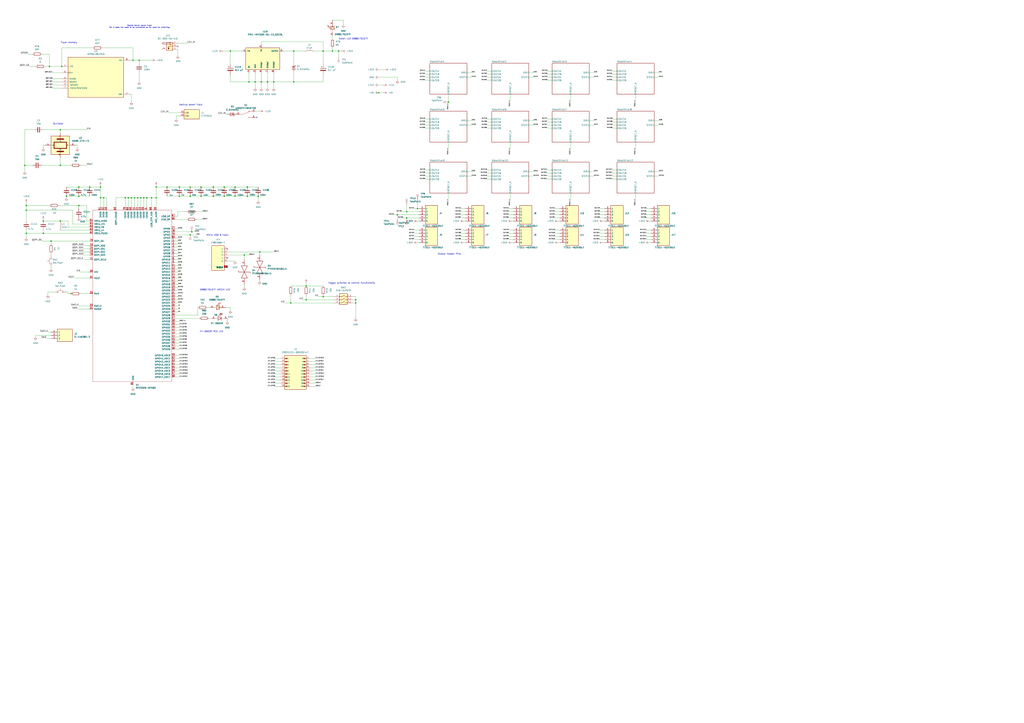
<source format=kicad_sch>
(kicad_sch (version 20250114) (generator "eeschema") (generator_version "9.0")
  (paper "A1")
  (text "5988170107F GREEN LED" (at 176.53 238.252 0) (effects (font (size 1.27 1.27))))
  (text "backup power input " (at 157.226 86.106 0) (effects (font (size 1.27 1.27))))
  (text "Toggle switches to control functionality\n" (at 288.798 232.664 0) (effects (font (size 1.27 1.27))))
  (text "Output Header Pins\n" (at 369.062 208.788 0) (effects (font (size 1.27 1.27))))
  (text "Micro USB B input\n" (at 178.562 193.294 0) (effects (font (size 1.27 1.27))))
  (text "Double barrel power input\nPin 3 does not need to be connected as its used for swtiching" (at 114.554 21.844 0) (effects (font (size 1.016 1.016))))
  (text "\nKT-0603R RED LED" (at 173.736 271.526 0) (effects (font (size 1.27 1.27))))
  (text "Flash memory\n" (at 56.642 35.052 0) (effects (font (size 1.27 1.27))))
  (text "Occilator\n" (at 47.752 101.854 0) (effects (font (size 1.27 1.27))))
  (text "Green LED 5988170107F" (at 290.322 32.004 0) (effects (font (size 1.27 1.27))))
  (junction (at 128.27 153.67))
  (junction (at 49.53 135.89))
  (junction (at 107.95 162.56))
  (junction (at 265.43 243.84))
  (junction (at 113.03 162.56))
  (junction (at 20.32 135.89))
  (junction (at 64.77 153.67))
  (junction (at 189.23 41.91))
  (junction (at 238.76 248.92))
  (junction (at 41.91 198.12))
  (junction (at 212.09 161.29))
  (junction (at 128.27 162.56))
  (junction (at 342.9 171.45))
  (junction (at 21.59 172.72))
  (junction (at 200.66 209.55))
  (junction (at 292.1 248.92))
  (junction (at 251.46 246.38))
  (junction (at 265.43 41.91))
  (junction (at 82.55 153.67))
  (junction (at 82.55 162.56))
  (junction (at 64.77 168.91))
  (junction (at 156.21 161.29))
  (junction (at 35.56 191.77))
  (junction (at 241.3 41.91))
  (junction (at 102.87 162.56))
  (junction (at 241.3 67.31))
  (junction (at 334.01 179.07))
  (junction (at 326.39 176.53))
  (junction (at 368.3 83.82))
  (junction (at 49.53 181.61))
  (junction (at 214.63 67.31))
  (junction (at 147.32 153.67))
  (junction (at 54.61 161.29))
  (junction (at 35.56 181.61))
  (junction (at 109.22 49.53))
  (junction (at 209.55 67.31))
  (junction (at 156.21 193.04))
  (junction (at 203.2 161.29))
  (junction (at 219.71 67.31))
  (junction (at 273.05 41.91))
  (junction (at 165.1 153.67))
  (junction (at 311.15 76.2))
  (junction (at 49.53 106.68))
  (junction (at 193.04 153.67))
  (junction (at 105.41 162.56))
  (junction (at 193.04 161.29))
  (junction (at 50.8 54.61))
  (junction (at 73.66 153.67))
  (junction (at 292.1 246.38))
  (junction (at 213.36 207.01))
  (junction (at 175.26 161.29))
  (junction (at 124.46 162.56))
  (junction (at 175.26 153.67))
  (junction (at 114.3 49.53))
  (junction (at 157.48 190.5))
  (junction (at 120.65 162.56))
  (junction (at 40.64 54.61))
  (junction (at 278.13 41.91))
  (junction (at 156.21 153.67))
  (junction (at 118.11 162.56))
  (junction (at 184.15 153.67))
  (junction (at 21.59 191.77))
  (junction (at 110.49 162.56))
  (junction (at 115.57 162.56))
  (junction (at 58.42 241.3))
  (junction (at 165.1 161.29))
  (junction (at 147.32 161.29))
  (junction (at 203.2 153.67))
  (junction (at 251.46 234.95))
  (junction (at 85.09 162.56))
  (junction (at 137.16 153.67))
  (junction (at 21.59 168.91))
  (junction (at 184.15 161.29))
  (junction (at 224.79 67.31))
  (junction (at 204.47 67.31))
  (junction (at 334.01 173.99))
  (junction (at 64.77 161.29))
  (no_connect (at 186.69 212.09))
  (no_connect (at 146.05 38.1))
  (no_connect (at 186.69 219.71))
  (no_connect (at 186.69 204.47))
  (no_connect (at 210.82 96.52))
  (wire (pts (xy 265.43 41.91) (xy 265.43 53.34)))
  (wire (pts (xy 110.49 170.18) (xy 110.49 162.56)))
  (wire (pts (xy 143.51 218.44) (xy 146.05 218.44)))
  (wire (pts (xy 214.63 36.83) (xy 214.63 34.29)))
  (wire (pts (xy 189.23 60.96) (xy 189.23 67.31)))
  (wire (pts (xy 106.68 77.47) (xy 107.95 77.47)))
  (wire (pts (xy 449.58 144.78) (xy 453.39 144.78)))
  (wire (pts (xy 434.34 99.06) (xy 438.15 99.06)))
  (wire (pts (xy 349.25 97.79) (xy 353.06 97.79)))
  (wire (pts (xy 468.63 116.84) (xy 468.63 121.92)))
  (wire (pts (xy 186.69 214.63) (xy 193.04 214.63)))
  (wire (pts (xy 334.01 167.64) (xy 334.01 173.99)))
  (wire (pts (xy 533.4 199.39) (xy 534.67 199.39)))
  (wire (pts (xy 434.34 63.5) (xy 438.15 63.5)))
  (wire (pts (xy 41.91 209.55) (xy 41.91 208.28)))
  (wire (pts (xy 226.06 314.96) (xy 229.87 314.96)))
  (wire (pts (xy 502.92 97.79) (xy 506.73 97.79)))
  (wire (pts (xy 203.2 153.67) (xy 212.09 153.67)))
  (wire (pts (xy 226.06 302.26) (xy 229.87 302.26)))
  (wire (pts (xy 143.51 200.66) (xy 146.05 200.66)))
  (wire (pts (xy 259.08 297.18) (xy 255.27 297.18)))
  (wire (pts (xy 265.43 67.31) (xy 265.43 60.96)))
  (wire (pts (xy 143.51 241.3) (xy 146.05 241.3)))
  (wire (pts (xy 342.9 199.39) (xy 344.17 199.39)))
  (wire (pts (xy 147.32 161.29) (xy 156.21 161.29)))
  (wire (pts (xy 219.71 67.31) (xy 224.79 67.31)))
  (wire (pts (xy 400.05 66.04) (xy 403.86 66.04)))
  (wire (pts (xy 495.3 181.61) (xy 496.57 181.61)))
  (wire (pts (xy 455.93 189.23) (xy 459.74 189.23)))
  (wire (pts (xy 137.16 153.67) (xy 147.32 153.67)))
  (wire (pts (xy 43.18 72.39) (xy 50.8 72.39)))
  (wire (pts (xy 35.56 191.77) (xy 21.59 191.77)))
  (wire (pts (xy 115.57 162.56) (xy 113.03 162.56)))
  (wire (pts (xy 278.13 41.91) (xy 280.67 41.91)))
  (wire (pts (xy 213.36 207.01) (xy 224.79 207.01)))
  (wire (pts (xy 24.13 54.61) (xy 29.21 54.61)))
  (wire (pts (xy 143.51 223.52) (xy 146.05 223.52)))
  (wire (pts (xy 383.54 59.69) (xy 387.35 59.69)))
  (wire (pts (xy 143.51 177.8) (xy 146.05 177.8)))
  (wire (pts (xy 143.51 279.4) (xy 147.32 279.4)))
  (wire (pts (xy 537.21 63.5) (xy 541.02 63.5)))
  (wire (pts (xy 226.06 309.88) (xy 229.87 309.88)))
  (wire (pts (xy 115.57 170.18) (xy 115.57 162.56)))
  (wire (pts (xy 420.37 181.61) (xy 421.64 181.61)))
  (wire (pts (xy 106.68 49.53) (xy 109.22 49.53)))
  (wire (pts (xy 143.51 274.32) (xy 147.32 274.32)))
  (wire (pts (xy 66.04 241.3) (xy 73.66 241.3)))
  (wire (pts (xy 219.71 67.31) (xy 219.71 72.39)))
  (wire (pts (xy 400.05 58.42) (xy 403.86 58.42)))
  (wire (pts (xy 87.63 162.56) (xy 85.09 162.56)))
  (wire (pts (xy 368.3 158.75) (xy 368.3 163.83)))
  (wire (pts (xy 502.92 102.87) (xy 506.73 102.87)))
  (wire (pts (xy 54.61 240.03) (xy 55.88 240.03)))
  (wire (pts (xy 29.21 275.59) (xy 29.21 276.86)))
  (wire (pts (xy 63.5 254) (xy 73.66 254)))
  (wire (pts (xy 349.25 139.7) (xy 353.06 139.7)))
  (wire (pts (xy 114.3 49.53) (xy 124.46 49.53)))
  (wire (pts (xy 41.91 275.59) (xy 29.21 275.59)))
  (wire (pts (xy 66.04 135.89) (xy 71.12 135.89)))
  (wire (pts (xy 502.92 60.96) (xy 506.73 60.96)))
  (wire (pts (xy 109.22 318.77) (xy 109.22 316.23)))
  (wire (pts (xy 449.58 139.7) (xy 453.39 139.7)))
  (wire (pts (xy 39.37 240.03) (xy 39.37 242.57)))
  (wire (pts (xy 39.37 240.03) (xy 44.45 240.03)))
  (wire (pts (xy 55.88 240.03) (xy 55.88 241.3)))
  (wire (pts (xy 143.51 271.78) (xy 147.32 271.78)))
  (wire (pts (xy 186.69 207.01) (xy 213.36 207.01)))
  (wire (pts (xy 114.3 49.53) (xy 114.3 52.07)))
  (wire (pts (xy 128.27 153.67) (xy 137.16 153.67)))
  (wire (pts (xy 40.64 54.61) (xy 40.64 44.45)))
  (wire (pts (xy 238.76 234.95) (xy 251.46 234.95)))
  (wire (pts (xy 278.13 41.91) (xy 278.13 46.99)))
  (wire (pts (xy 146.05 256.54) (xy 143.51 256.54)))
  (wire (pts (xy 49.53 135.89) (xy 58.42 135.89)))
  (wire (pts (xy 182.88 41.91) (xy 189.23 41.91)))
  (wire (pts (xy 265.43 41.91) (xy 273.05 41.91)))
  (wire (pts (xy 326.39 176.53) (xy 344.17 176.53)))
  (wire (pts (xy 204.47 59.69) (xy 204.47 67.31)))
  (wire (pts (xy 334.01 179.07) (xy 344.17 179.07)))
  (wire (pts (xy 342.9 163.83) (xy 342.9 171.45)))
  (wire (pts (xy 455.93 194.31) (xy 459.74 194.31)))
  (wire (pts (xy 458.47 199.39) (xy 459.74 199.39)))
  (wire (pts (xy 157.48 190.5) (xy 143.51 190.5)))
  (wire (pts (xy 226.06 317.5) (xy 229.87 317.5)))
  (wire (pts (xy 259.08 294.64) (xy 255.27 294.64)))
  (wire (pts (xy 241.3 41.91) (xy 241.3 52.07)))
  (wire (pts (xy 232.41 41.91) (xy 241.3 41.91)))
  (wire (pts (xy 331.47 179.07) (xy 334.01 179.07)))
  (wire (pts (xy 73.66 191.77) (xy 35.56 191.77)))
  (wire (pts (xy 349.25 63.5) (xy 353.06 63.5)))
  (wire (pts (xy 417.83 191.77) (xy 421.64 191.77)))
  (wire (pts (xy 224.79 67.31) (xy 224.79 59.69)))
  (wire (pts (xy 109.22 49.53) (xy 114.3 49.53)))
  (wire (pts (xy 95.25 162.56) (xy 102.87 162.56)))
  (wire (pts (xy 189.23 53.34) (xy 189.23 41.91)))
  (wire (pts (xy 21.59 189.23) (xy 21.59 191.77)))
  (wire (pts (xy 209.55 67.31) (xy 214.63 67.31)))
  (wire (pts (xy 143.51 220.98) (xy 146.05 220.98)))
  (wire (pts (xy 43.18 59.69) (xy 50.8 59.69)))
  (wire (pts (xy 226.06 304.8) (xy 229.87 304.8)))
  (wire (pts (xy 55.88 186.69) (xy 73.66 186.69)))
  (wire (pts (xy 161.29 180.34) (xy 166.37 180.34)))
  (wire (pts (xy 537.21 102.87) (xy 541.02 102.87)))
  (wire (pts (xy 193.04 153.67) (xy 203.2 153.67)))
  (wire (pts (xy 165.1 161.29) (xy 175.26 161.29)))
  (wire (pts (xy 60.96 228.6) (xy 73.66 228.6)))
  (wire (pts (xy 434.34 59.69) (xy 438.15 59.69)))
  (wire (pts (xy 326.39 66.04) (xy 326.39 63.5)))
  (wire (pts (xy 143.51 228.6) (xy 146.05 228.6)))
  (wire (pts (xy 400.05 60.96) (xy 403.86 60.96)))
  (wire (pts (xy 383.54 102.87) (xy 387.35 102.87)))
  (wire (pts (xy 49.53 181.61) (xy 55.88 181.61)))
  (wire (pts (xy 349.25 66.04) (xy 353.06 66.04)))
  (wire (pts (xy 400.05 97.79) (xy 403.86 97.79)))
  (wire (pts (xy 41.91 198.12) (xy 41.91 200.66)))
  (wire (pts (xy 238.76 248.92) (xy 274.32 248.92)))
  (wire (pts (xy 20.32 106.68) (xy 20.32 135.89)))
  (wire (pts (xy 143.51 208.28) (xy 146.05 208.28)))
  (wire (pts (xy 34.29 135.89) (xy 49.53 135.89)))
  (wire (pts (xy 226.06 299.72) (xy 229.87 299.72)))
  (wire (pts (xy 162.56 259.08) (xy 143.51 259.08)))
  (wire (pts (xy 259.08 307.34) (xy 255.27 307.34)))
  (wire (pts (xy 502.92 100.33) (xy 506.73 100.33)))
  (wire (pts (xy 40.64 54.61) (xy 50.8 54.61)))
  (wire (pts (xy 214.63 59.69) (xy 214.63 67.31)))
  (wire (pts (xy 62.23 119.38) (xy 63.5 119.38)))
  (wire (pts (xy 530.86 173.99) (xy 534.67 173.99)))
  (wire (pts (xy 226.06 312.42) (xy 229.87 312.42)))
  (wire (pts (xy 502.92 144.78) (xy 506.73 144.78)))
  (wire (pts (xy 68.58 209.55) (xy 73.66 209.55)))
  (wire (pts (xy 537.21 99.06) (xy 541.02 99.06)))
  (wire (pts (xy 340.36 194.31) (xy 344.17 194.31)))
  (wire (pts (xy 434.34 102.87) (xy 438.15 102.87)))
  (wire (pts (xy 189.23 41.91) (xy 199.39 41.91)))
  (wire (pts (xy 50.8 39.37) (xy 76.2 39.37)))
  (wire (pts (xy 492.76 176.53) (xy 496.57 176.53)))
  (wire (pts (xy 146.05 254) (xy 143.51 254)))
  (wire (pts (xy 107.95 77.47) (xy 107.95 83.82)))
  (wire (pts (xy 274.32 243.84) (xy 265.43 243.84)))
  (wire (pts (xy 417.83 176.53) (xy 421.64 176.53)))
  (wire (pts (xy 449.58 147.32) (xy 453.39 147.32)))
  (wire (pts (xy 64.77 161.29) (xy 73.66 161.29)))
  (wire (pts (xy 340.36 189.23) (xy 344.17 189.23)))
  (wire (pts (xy 143.51 226.06) (xy 146.05 226.06)))
  (wire (pts (xy 95.25 170.18) (xy 95.25 162.56)))
  (wire (pts (xy 378.46 173.99) (xy 382.27 173.99)))
  (wire (pts (xy 241.3 41.91) (xy 250.19 41.91)))
  (wire (pts (xy 35.56 189.23) (xy 35.56 191.77)))
  (wire (pts (xy 381 199.39) (xy 382.27 199.39)))
  (wire (pts (xy 71.12 181.61) (xy 71.12 168.91)))
  (wire (pts (xy 82.55 162.56) (xy 85.09 162.56)))
  (wire (pts (xy 378.46 189.23) (xy 382.27 189.23)))
  (wire (pts (xy 21.59 172.72) (xy 59.69 172.72)))
  (wire (pts (xy 34.29 198.12) (xy 41.91 198.12)))
  (wire (pts (xy 156.21 161.29) (xy 165.1 161.29)))
  (wire (pts (xy 340.36 171.45) (xy 342.9 171.45)))
  (wire (pts (xy 455.93 179.07) (xy 459.74 179.07)))
  (wire (pts (xy 259.08 312.42) (xy 255.27 312.42)))
  (wire (pts (xy 400.05 139.7) (xy 403.86 139.7)))
  (wire (pts (xy 143.51 264.16) (xy 147.32 264.16)))
  (wire (pts (xy 273.05 29.21) (xy 273.05 31.75)))
  (wire (pts (xy 241.3 67.31) (xy 265.43 67.31)))
  (wire (pts (xy 342.9 171.45) (xy 344.17 171.45)))
  (wire (pts (xy 109.22 39.37) (xy 109.22 49.53)))
  (wire (pts (xy 143.51 248.92) (xy 146.05 248.92)))
  (wire (pts (xy 143.51 269.24) (xy 147.32 269.24)))
  (wire (pts (xy 259.08 302.26) (xy 255.27 302.26)))
  (wire (pts (xy 537.21 59.69) (xy 541.02 59.69)))
  (wire (pts (xy 289.56 243.84) (xy 292.1 243.84)))
  (wire (pts (xy 203.2 161.29) (xy 212.09 161.29)))
  (wire (pts (xy 49.53 189.23) (xy 73.66 189.23)))
  (wire (pts (xy 492.76 196.85) (xy 496.57 196.85)))
  (wire (pts (xy 209.55 59.69) (xy 209.55 67.31)))
  (wire (pts (xy 143.51 238.76) (xy 146.05 238.76)))
  (wire (pts (xy 349.25 144.78) (xy 353.06 144.78)))
  (wire (pts (xy 383.54 144.78) (xy 387.35 144.78)))
  (wire (pts (xy 143.51 198.12) (xy 146.05 198.12)))
  (wire (pts (xy 224.79 67.31) (xy 241.3 67.31)))
  (wire (pts (xy 189.23 255.27) (xy 189.23 252.73)))
  (wire (pts (xy 537.21 140.97) (xy 541.02 140.97)))
  (wire (pts (xy 226.06 294.64) (xy 229.87 294.64)))
  (wire (pts (xy 22.86 44.45) (xy 26.67 44.45)))
  (wire (pts (xy 495.3 199.39) (xy 496.57 199.39)))
  (wire (pts (xy 186.69 264.16) (xy 186.69 261.62)))
  (wire (pts (xy 143.51 261.62) (xy 163.83 261.62)))
  (wire (pts (xy 349.25 58.42) (xy 353.06 58.42)))
  (wire (pts (xy 147.32 95.25) (xy 144.78 95.25)))
  (wire (pts (xy 41.91 219.71) (xy 41.91 220.98)))
  (wire (pts (xy 184.15 153.67) (xy 193.04 153.67)))
  (wire (pts (xy 128.27 170.18) (xy 128.27 162.56)))
  (wire (pts (xy 54.61 153.67) (xy 64.77 153.67)))
  (wire (pts (xy 224.79 67.31) (xy 224.79 72.39)))
  (wire (pts (xy 342.9 181.61) (xy 344.17 181.61)))
  (wire (pts (xy 73.66 153.67) (xy 82.55 153.67)))
  (wire (pts (xy 147.32 266.7) (xy 143.51 266.7)))
  (wire (pts (xy 21.59 172.72) (xy 21.59 181.61)))
  (wire (pts (xy 449.58 97.79) (xy 453.39 97.79)))
  (wire (pts (xy 248.92 246.38) (xy 251.46 246.38)))
  (wire (pts (xy 143.51 236.22) (xy 146.05 236.22)))
  (wire (pts (xy 58.42 241.3) (xy 59.69 241.3)))
  (wire (pts (xy 368.3 77.47) (xy 368.3 83.82)))
  (wire (pts (xy 113.03 162.56) (xy 110.49 162.56)))
  (wire (pts (xy 35.56 180.34) (xy 35.56 181.61)))
  (wire (pts (xy 449.58 100.33) (xy 453.39 100.33)))
  (wire (pts (xy 160.02 190.5) (xy 157.48 190.5)))
  (wire (pts (xy 66.04 223.52) (xy 73.66 223.52)))
  (wire (pts (xy 146.05 187.96) (xy 143.51 187.96)))
  (wire (pts (xy 226.06 297.18) (xy 229.87 297.18)))
  (wire (pts (xy 368.3 116.84) (xy 368.3 121.92)))
  (wire (pts (xy 265.43 34.29) (xy 265.43 41.91)))
  (wire (pts (xy 251.46 234.95) (xy 265.43 234.95)))
  (wire (pts (xy 50.8 39.37) (xy 50.8 54.61)))
  (wire (pts (xy 43.18 64.77) (xy 50.8 64.77)))
  (wire (pts (xy 241.3 67.31) (xy 241.3 59.69)))
  (wire (pts (xy 378.46 194.31) (xy 382.27 194.31)))
  (wire (pts (xy 143.51 299.72) (xy 147.32 299.72)))
  (wire (pts (xy 114.3 59.69) (xy 114.3 67.31)))
  (wire (pts (xy 186.69 209.55) (xy 200.66 209.55)))
  (wire (pts (xy 49.53 106.68) (xy 49.53 109.22)))
  (wire (pts (xy 143.51 203.2) (xy 146.05 203.2)))
  (wire (pts (xy 128.27 152.4) (xy 128.27 153.67)))
  (wire (pts (xy 41.91 198.12) (xy 73.66 198.12)))
  (wire (pts (xy 102.87 162.56) (xy 105.41 162.56)))
  (wire (pts (xy 330.2 173.99) (xy 334.01 173.99)))
  (wire (pts (xy 219.71 59.69) (xy 219.71 67.31)))
  (wire (pts (xy 137.16 161.29) (xy 147.32 161.29)))
  (wire (pts (xy 468.63 77.47) (xy 468.63 82.55)))
  (wire (pts (xy 82.55 152.4) (xy 82.55 153.67)))
  (wire (pts (xy 26.67 135.89) (xy 20.32 135.89)))
  (wire (pts (xy 449.58 102.87) (xy 453.39 102.87)))
  (wire (pts (xy 55.88 241.3) (xy 58.42 241.3)))
  (wire (pts (xy 238.76 242.57) (xy 238.76 248.92)))
  (wire (pts (xy 502.92 58.42) (xy 506.73 58.42)))
  (wire (pts (xy 340.36 196.85) (xy 344.17 196.85)))
  (wire (pts (xy 417.83 196.85) (xy 421.64 196.85)))
  (wire (pts (xy 120.65 170.18) (xy 120.65 162.56)))
  (wire (pts (xy 118.11 162.56) (xy 120.65 162.56)))
  (wire (pts (xy 257.81 41.91) (xy 265.43 41.91)))
  (wire (pts (xy 49.53 129.54) (xy 49.53 135.89)))
  (wire (pts (xy 289.56 246.38) (xy 292.1 246.38)))
  (wire (pts (xy 107.95 170.18) (xy 107.95 162.56)))
  (wire (pts (xy 292.1 243.84) (xy 292.1 246.38)))
  (wire (pts (xy 378.46 196.85) (xy 382.27 196.85)))
  (wire (pts (xy 143.51 292.1) (xy 147.32 292.1)))
  (wire (pts (xy 349.25 102.87) (xy 353.06 102.87)))
  (wire (pts (xy 161.29 173.99) (xy 166.37 173.99)))
  (wire (pts (xy 378.46 176.53) (xy 382.27 176.53)))
  (wire (pts (xy 143.51 205.74) (xy 146.05 205.74)))
  (wire (pts (xy 36.83 119.38) (xy 35.56 119.38)))
  (wire (pts (xy 143.51 284.48) (xy 147.32 284.48)))
  (wire (pts (xy 521.97 77.47) (xy 521.97 82.55)))
  (wire (pts (xy 419.1 158.75) (xy 419.1 163.83)))
  (wire (pts (xy 273.05 16.51) (xy 281.94 16.51)))
  (wire (pts (xy 326.39 180.34) (xy 326.39 176.53)))
  (wire (pts (xy 85.09 162.56) (xy 85.09 170.18)))
  (wire (pts (xy 144.78 95.25) (xy 144.78 97.79)))
  (wire (pts (xy 334.01 179.07) (xy 334.01 180.34)))
  (wire (pts (xy 200.66 233.68) (xy 200.66 236.22)))
  (wire (pts (xy 400.05 105.41) (xy 403.86 105.41)))
  (wire (pts (xy 311.15 76.2) (xy 314.96 76.2)))
  (wire (pts (xy 189.23 67.31) (xy 204.47 67.31)))
  (wire (pts (xy 323.85 176.53) (xy 326.39 176.53)))
  (wire (pts (xy 502.92 139.7) (xy 506.73 139.7)))
  (wire (pts (xy 21.59 168.91) (xy 40.64 168.91)))
  (wire (pts (xy 143.51 304.8) (xy 147.32 304.8)))
  (wire (pts (xy 502.92 105.41) (xy 506.73 105.41)))
  (wire (pts (xy 492.76 171.45) (xy 496.57 171.45)))
  (wire (pts (xy 48.26 168.91) (xy 64.77 168.91)))
  (wire (pts (xy 143.51 307.34) (xy 147.32 307.34)))
  (wire (pts (xy 156.21 153.67) (xy 165.1 153.67)))
  (wire (pts (xy 292.1 248.92) (xy 292.1 261.62)))
  (wire (pts (xy 212.09 161.29) (xy 212.09 165.1)))
  (wire (pts (xy 82.55 153.67) (xy 82.55 162.56)))
  (wire (pts (xy 255.27 317.5) (xy 259.08 317.5)))
  (wire (pts (xy 68.58 213.36) (xy 73.66 213.36)))
  (wire (pts (xy 146.05 35.56) (xy 153.67 35.56)))
  (wire (pts (xy 36.83 54.61) (xy 40.64 54.61)))
  (wire (pts (xy 419.1 116.84) (xy 419.1 121.92)))
  (wire (pts (xy 292.1 246.38) (xy 292.1 248.92)))
  (wire (pts (xy 20.32 106.68) (xy 27.94 106.68)))
  (wire (pts (xy 156.21 193.04) (xy 161.29 193.04)))
  (wire (pts (xy 251.46 232.41) (xy 251.46 234.95)))
  (wire (pts (xy 209.55 91.44) (xy 213.36 91.44)))
  (wire (pts (xy 226.06 307.34) (xy 229.87 307.34)))
  (wire (pts (xy 417.83 189.23) (xy 421.64 189.23)))
  (wire (pts (xy 21.59 168.91) (xy 21.59 172.72)))
  (wire (pts (xy 73.66 181.61) (xy 71.12 181.61)))
  (wire (pts (xy 102.87 170.18) (xy 102.87 162.56)))
  (wire (pts (xy 82.55 162.56) (xy 82.55 170.18)))
  (wire (pts (xy 400.05 102.87) (xy 403.86 102.87)))
  (wire (pts (xy 417.83 179.07) (xy 421.64 179.07)))
  (wire (pts (xy 449.58 66.04) (xy 453.39 66.04)))
  (wire (pts (xy 204.47 67.31) (xy 209.55 67.31)))
  (wire (pts (xy 434.34 144.78) (xy 438.15 144.78)))
  (wire (pts (xy 120.65 162.56) (xy 124.46 162.56)))
  (wire (pts (xy 49.53 106.68) (xy 71.12 106.68)))
  (wire (pts (xy 458.47 181.61) (xy 459.74 181.61)))
  (wire (pts (xy 259.08 299.72) (xy 255.27 299.72)))
  (wire (pts (xy 349.25 100.33) (xy 353.06 100.33)))
  (wire (pts (xy 334.01 173.99) (xy 344.17 173.99)))
  (wire (pts (xy 383.54 99.06) (xy 387.35 99.06)))
  (wire (pts (xy 143.51 246.38) (xy 146.05 246.38)))
  (wire (pts (xy 59.69 184.15) (xy 59.69 172.72)))
  (wire (pts (xy 110.49 162.56) (xy 107.95 162.56)))
  (wire (pts (xy 68.58 207.01) (xy 73.66 207.01)))
  (wire (pts (xy 165.1 153.67) (xy 175.26 153.67)))
  (wire (pts (xy 308.61 76.2) (xy 311.15 76.2)))
  (wire (pts (xy 143.51 294.64) (xy 147.32 294.64)))
  (wire (pts (xy 349.25 105.41) (xy 353.06 105.41)))
  (wire (pts (xy 261.62 243.84) (xy 265.43 243.84)))
  (wire (pts (xy 292.1 248.92) (xy 289.56 248.92)))
  (wire (pts (xy 368.3 83.82) (xy 368.3 85.09)))
  (wire (pts (xy 483.87 144.78) (xy 487.68 144.78)))
  (wire (pts (xy 68.58 201.93) (xy 73.66 201.93)))
  (wire (pts (xy 521.97 158.75) (xy 521.97 163.83)))
  (wire (pts (xy 87.63 170.18) (xy 87.63 162.56)))
  (wire (pts (xy 143.51 193.04) (xy 156.21 193.04)))
  (wire (pts (xy 193.04 161.29) (xy 203.2 161.29)))
  (wire (pts (xy 35.56 106.68) (xy 49.53 106.68)))
  (wire (pts (xy 172.72 252.73) (xy 170.18 252.73)))
  (wire (pts (xy 378.46 179.07) (xy 382.27 179.07)))
  (wire (pts (xy 175.26 161.29) (xy 184.15 161.29)))
  (wire (pts (xy 113.03 170.18) (xy 113.03 162.56)))
  (wire (pts (xy 35.56 119.38) (xy 35.56 121.92)))
  (wire (pts (xy 340.36 191.77) (xy 344.17 191.77)))
  (wire (pts (xy 143.51 243.84) (xy 146.05 243.84)))
  (wire (pts (xy 64.77 168.91) (xy 71.12 168.91)))
  (wire (pts (xy 233.68 248.92) (xy 238.76 248.92)))
  (wire (pts (xy 143.51 302.26) (xy 147.32 302.26)))
  (wire (pts (xy 400.05 142.24) (xy 403.86 142.24)))
  (wire (pts (xy 449.58 105.41) (xy 453.39 105.41)))
  (wire (pts (xy 146.05 177.8) (xy 146.05 173.99)))
  (wire (pts (xy 449.58 58.42) (xy 453.39 58.42)))
  (wire (pts (xy 492.76 173.99) (xy 496.57 173.99)))
  (wire (pts (xy 455.93 176.53) (xy 459.74 176.53)))
  (wire (pts (xy 530.86 176.53) (xy 534.67 176.53)))
  (wire (pts (xy 147.32 153.67) (xy 156.21 153.67)))
  (wire (pts (xy 213.36 231.14) (xy 213.36 229.87)))
  (wire (pts (xy 533.4 181.61) (xy 534.67 181.61)))
  (wire (pts (xy 143.51 297.18) (xy 147.32 297.18)))
  (wire (pts (xy 326.39 63.5) (xy 311.15 63.5)))
  (wire (pts (xy 530.86 189.23) (xy 534.67 189.23)))
  (wire (pts (xy 400.05 63.5) (xy 403.86 63.5)))
  (wire (pts (xy 146.05 40.64) (xy 146.05 45.72)))
  (wire (pts (xy 530.86 196.85) (xy 534.67 196.85)))
  (wire (pts (xy 200.66 209.55) (xy 204.47 209.55)))
  (wire (pts (xy 128.27 153.67) (xy 128.27 162.56)))
  (wire (pts (xy 420.37 199.39) (xy 421.64 199.39)))
  (wire (pts (xy 349.25 142.24) (xy 353.06 142.24)))
  (wire (pts (xy 128.27 162.56) (xy 124.46 162.56)))
  (wire (pts (xy 419.1 77.47) (xy 419.1 82.55)))
  (wire (pts (xy 492.76 189.23) (xy 496.57 189.23)))
  (wire (pts (xy 64.77 251.46) (xy 73.66 251.46)))
  (wire (pts (xy 314.96 69.85) (xy 311.15 69.85)))
  (wire (pts (xy 185.42 252.73) (xy 189.23 252.73)))
  (wire (pts (xy 449.58 60.96) (xy 453.39 60.96)))
  (wire (pts (xy 483.87 63.5) (xy 487.68 63.5)))
  (wire (pts (xy 259.08 304.8) (xy 255.27 304.8)))
  (wire (pts (xy 64.77 168.91) (xy 64.77 171.45)))
  (wire (pts (xy 530.86 171.45) (xy 534.67 171.45)))
  (wire (pts (xy 349.25 147.32) (xy 353.06 147.32)))
  (wire (pts (xy 162.56 252.73) (xy 162.56 259.08)))
  (wire (pts (xy 483.87 59.69) (xy 487.68 59.69)))
  (wire (pts (xy 502.92 142.24) (xy 506.73 142.24)))
  (wire (pts (xy 118.11 162.56) (xy 115.57 162.56)))
  (wire (pts (xy 143.51 213.36) (xy 146.05 213.36)))
  (wire (pts (xy 124.46 170.18) (xy 124.46 162.56)))
  (wire (pts (xy 143.51 195.58) (xy 146.05 195.58)))
  (wire (pts (xy 209.55 96.52) (xy 210.82 96.52)))
  (wire (pts (xy 311.15 57.15) (xy 316.23 57.15)))
  (wire (pts (xy 417.83 173.99) (xy 421.64 173.99)))
  (wire (pts (xy 143.51 281.94) (xy 147.32 281.94)))
  (wire (pts (xy 492.76 194.31) (xy 496.57 194.31)))
  (wire (pts (xy 434.34 140.97) (xy 438.15 140.97)))
  (wire (pts (xy 185.42 93.98) (xy 186.69 93.98)))
  (wire (pts (xy 143.51 215.9) (xy 146.05 215.9)))
  (wire (pts (xy 105.41 162.56) (xy 105.41 170.18)))
  (wire (pts (xy 43.18 67.31) (xy 50.8 67.31)))
  (wire (pts (xy 417.83 171.45) (xy 421.64 171.45)))
  (wire (pts (xy 251.46 242.57) (xy 251.46 246.38)))
  (wire (pts (xy 209.55 67.31) (xy 209.55 72.39)))
  (wire (pts (xy 39.37 273.05) (xy 41.91 273.05)))
  (wire (pts (xy 530.86 191.77) (xy 534.67 191.77)))
  (wire (pts (xy 400.05 100.33) (xy 403.86 100.33)))
  (wire (pts (xy 54.61 161.29) (xy 64.77 161.29)))
  (wire (pts (xy 281.94 16.51) (xy 281.94 20.32)))
  (wire (pts (xy 502.92 147.32) (xy 506.73 147.32)))
  (wire (pts (xy 107.95 162.56) (xy 105.41 162.56)))
  (wire (pts (xy 20.32 135.89) (xy 20.32 140.97)))
  (wire (pts (xy 34.29 44.45) (xy 40.64 44.45)))
  (wire (pts (xy 184.15 161.29) (xy 193.04 161.29)))
  (wire (pts (xy 146.05 251.46) (xy 143.51 251.46)))
  (wire (pts (xy 349.25 60.96) (xy 353.06 60.96)))
  (wire (pts (xy 143.51 231.14) (xy 146.05 231.14)))
  (wire (pts (xy 530.86 194.31) (xy 534.67 194.31)))
  (wire (pts (xy 455.93 171.45) (xy 459.74 171.45)))
  (wire (pts (xy 21.59 195.58) (xy 21.59 191.77)))
  (wire (pts (xy 378.46 171.45) (xy 382.27 171.45)))
  (wire (pts (xy 468.63 158.75) (xy 468.63 163.83)))
  (wire (pts (xy 146.05 173.99) (xy 153.67 173.99)))
  (wire (pts (xy 483.87 99.06) (xy 487.68 99.06)))
  (wire (pts (xy 64.77 153.67) (xy 73.66 153.67)))
  (wire (pts (xy 455.93 173.99) (xy 459.74 173.99)))
  (wire (pts (xy 483.87 140.97) (xy 487.68 140.97)))
  (wire (pts (xy 455.93 191.77) (xy 459.74 191.77)))
  (wire (pts (xy 38.1 278.13) (xy 41.91 278.13)))
  (wire (pts (xy 537.21 144.78) (xy 541.02 144.78)))
  (wire (pts (xy 492.76 179.07) (xy 496.57 179.07)))
  (wire (pts (xy 455.93 196.85) (xy 459.74 196.85)))
  (wire (pts (xy 449.58 142.24) (xy 453.39 142.24)))
  (wire (pts (xy 400.05 147.32) (xy 403.86 147.32)))
  (wire (pts (xy 214.63 34.29) (xy 265.43 34.29)))
  (wire (pts (xy 502.92 66.04) (xy 506.73 66.04)))
  (wire (pts (xy 200.66 209.55) (xy 200.66 213.36)))
  (wire (pts (xy 273.05 41.91) (xy 278.13 41.91)))
  (wire (pts (xy 449.58 63.5) (xy 453.39 63.5)))
  (wire (pts (xy 63.5 119.38) (xy 63.5 121.92)))
  (wire (pts (xy 143.51 309.88) (xy 147.32 309.88)))
  (wire (pts (xy 273.05 39.37) (xy 273.05 41.91)))
  (wire (pts (xy 55.88 181.61) (xy 55.88 186.69)))
  (wire (pts (xy 502.92 63.5) (xy 506.73 63.5)))
  (wire (pts (xy 400.05 144.78) (xy 403.86 144.78)))
  (wire (pts (xy 492.76 191.77) (xy 496.57 191.77)))
  (wire (pts (xy 143.51 287.02) (xy 147.32 287.02)))
  (wire (pts (xy 143.51 210.82) (xy 146.05 210.82)))
  (wire (pts (xy 138.43 92.71) (xy 147.32 92.71)))
  (wire (pts (xy 274.32 246.38) (xy 251.46 246.38)))
  (wire (pts (xy 383.54 63.5) (xy 387.35 63.5)))
  (wire (pts (xy 378.46 191.77) (xy 382.27 191.77)))
  (wire (pts (xy 530.86 179.07) (xy 534.67 179.07)))
  (wire (pts (xy 265.43 243.84) (xy 265.43 242.57)))
  (wire (pts (xy 175.26 153.67) (xy 184.15 153.67)))
  (wire (pts (xy 118.11 170.18) (xy 118.11 162.56)))
  (wire (pts (xy 483.87 102.87) (xy 487.68 102.87)))
  (wire (pts (xy 255.27 314.96) (xy 259.08 314.96)))
  (wire (pts (xy 54.61 161.29) (xy 54.61 162.56)))
  (wire (pts (xy 214.63 67.31) (xy 219.71 67.31)))
  (wire (pts (xy 21.59 166.37) (xy 21.59 168.91)))
  (wire (pts (xy 143.51 233.68) (xy 146.05 233.68)))
  (wire (pts (xy 381 181.61) (xy 382.27 181.61)))
  (wire (pts (xy 35.56 181.61) (xy 49.53 181.61)))
  (wire (pts (xy 214.63 67.31) (xy 214.63 72.39)))
  (wire (pts (xy 143.51 276.86) (xy 147.32 276.86)))
  (wire (pts (xy 143.51 180.34) (xy 153.67 180.34)))
  (wire (pts (xy 213.36 207.01) (xy 213.36 209.55)))
  (wire (pts (xy 521.97 116.84) (xy 521.97 121.92)))
  (wire (pts (xy 83.82 39.37) (xy 109.22 39.37)))
  (wire (pts (xy 68.58 204.47) (xy 73.66 204.47)))
  (wire (pts (xy 173.99 261.62) (xy 171.45 261.62)))
  (wire (pts (xy 259.08 309.88) (xy 255.27 309.88)))
  (wire (pts (xy 417.83 194.31) (xy 421.64 194.31)))
  (wire (pts (xy 59.69 184.15) (xy 73.66 184.15)))
  (wire (pts (xy 383.54 140.97) (xy 387.35 140.97)))
  (wire (pts (xy 43.18 69.85) (xy 50.8 69.85)))
  (label "DIR5" (at 387.35 99.06 0) (effects (font (size 0.762 0.762))))
  (label "DIR1" (at 161.29 193.04 0) (effects (font (size 0.762 0.762))))
  (label "OUT2B11" (at 492.76 196.85 180) (effects (font (size 0.762 0.762))))
  (label "In2" (at 248.92 246.38 180))
  (label "EXT_GPIO8" (at 226.06 314.96 180) (effects (font (size 0.762 0.762))))
  (label "DIR7" (at 487.68 99.06 0) (effects (font (size 0.762 0.762))))
  (label "EXT_GPIO13" (at 259.08 302.26 0) (effects (font (size 0.762 0.762))))
  (label "OUT1B11" (at 449.58 142.24 180) (effects (font (size 0.762 0.762))))
  (label "OUT1A5" (at 492.76 171.45 180) (effects (font (size 0.762 0.762))))
  (label "STEP8" (at 146.05 226.06 0) (effects (font (size 0.762 0.762))))
  (label "RESET_N" (at 468.63 82.55 270) (effects (font (size 0.762 0.762))))
  (label "OUT2B3" (at 449.58 66.04 180) (effects (font (size 0.762 0.762))))
  (label "STEP11" (at 146.05 241.3 0) (effects (font (size 0.762 0.762))))
  (label "STEP6" (at 438.15 102.87 0) (effects (font (size 0.762 0.762))))
  (label "OUT1A1" (at 340.36 171.45 180) (effects (font (size 0.762 0.762))))
  (label "USB_D+" (at 259.08 314.96 0) (effects (font (size 0.762 0.762))))
  (label "EXT_GPIO4" (at 147.32 274.32 0) (effects (font (size 0.762 0.762))))
  (label "In3" (at 233.68 248.92 180))
  (label "EXT_GPIO11" (at 147.32 294.64 0) (effects (font (size 0.762 0.762))))
  (label "OUT1B6" (at 530.86 173.99 180) (effects (font (size 0.762 0.762))))
  (label "OUT1B7" (at 340.36 191.77 180) (effects (font (size 0.762 0.762))))
  (label "USB_D-" (at 224.79 207.01 0) (effects (font (size 0.762 0.762))))
  (label "EXT_GPIO3" (at 226.06 302.26 180) (effects (font (size 0.762 0.762))))
  (label "OUT2B10" (at 455.93 196.85 180) (effects (font (size 0.762 0.762))))
  (label "OUT2A10" (at 400.05 144.78 180) (effects (font (size 0.762 0.762))))
  (label "EXT_GPIO14" (at 259.08 304.8 0) (effects (font (size 0.762 0.762))))
  (label "OUT1B12" (at 530.86 191.77 180) (effects (font (size 0.762 0.762))))
  (label "STEP7" (at 146.05 220.98 0) (effects (font (size 0.762 0.762))))
  (label "DIR10" (at 438.15 140.97 0) (effects (font (size 0.762 0.762))))
  (label "OUT1B7" (at 449.58 100.33 180) (effects (font (size 0.762 0.762))))
  (label "OUT2A7" (at 340.36 194.31 180) (effects (font (size 0.762 0.762))))
  (label "STEP4" (at 146.05 205.74 0) (effects (font (size 0.762 0.762))))
  (label "XOUT" (at 71.12 135.89 0))
  (label "OUT2A12" (at 502.92 144.78 180) (effects (font (size 0.762 0.762))))
  (label "DIR6" (at 146.05 218.44 0) (effects (font (size 0.762 0.762))))
  (label "OUT2B7" (at 340.36 196.85 180) (effects (font (size 0.762 0.762))))
  (label "SWCLK" (at 39.37 273.05 180))
  (label "OUT1B2" (at 378.46 173.99 180) (effects (font (size 0.762 0.762))))
  (label "RESET_N" (at 419.1 163.83 270) (effects (font (size 0.762 0.762))))
  (label "OUT1B8" (at 378.46 191.77 180) (effects (font (size 0.762 0.762))))
  (label "QSPI_SD1" (at 43.18 67.31 180) (effects (font (size 0.762 0.762))))
  (label "OUT2A1" (at 349.25 63.5 180) (effects (font (size 0.762 0.762))))
  (label "OUT1A12" (at 530.86 189.23 180) (effects (font (size 0.762 0.762))))
  (label "SWD" (at 38.1 278.13 180))
  (label "12V_IN" (at 153.67 35.56 0))
  (label "USB_D+" (at 166.37 173.99 0) (effects (font (size 0.762 0.762))))
  (label "USB_D+" (at 204.47 209.55 0) (effects (font (size 0.762 0.762))))
  (label "EXT_GPIO9" (at 226.06 317.5 180) (effects (font (size 0.762 0.762))))
  (label "OUT2B7" (at 449.58 105.41 180) (effects (font (size 0.762 0.762))))
  (label "STEP5" (at 387.35 102.87 0) (effects (font (size 0.762 0.762))))
  (label "In1" (at 146.05 251.46 0) (effects (font (size 0.762 0.762))))
  (label "QSPI_SD3" (at 68.58 209.55 180))
  (label "OUT2A9" (at 417.83 194.31 180) (effects (font (size 0.762 0.762))))
  (label "OUT1B1" (at 330.2 173.99 180) (effects (font (size 0.762 0.762))))
  (label "OUT1A10" (at 455.93 189.23 180) (effects (font (size 0.762 0.762))))
  (label "OUT1A3" (at 449.58 58.42 180) (effects (font (size 0.762 0.762))))
  (label "DIR8" (at 541.02 99.06 0) (effects (font (size 0.762 0.762))))
  (label "OUT1B2" (at 400.05 60.96 180) (effects (font (size 0.762 0.762))))
  (label "STEP12" (at 541.02 144.78 0) (effects (font (size 0.762 0.762))))
  (label "EXT_GPIO4" (at 226.06 304.8 180) (effects (font (size 0.762 0.762))))
  (label "EXT_GPIO1" (at 226.06 297.18 180) (effects (font (size 0.762 0.762))))
  (label "EXT_GPIO13" (at 147.32 299.72 0) (effects (font (size 0.762 0.762))))
  (label "EXT_GPIO7" (at 226.06 312.42 180) (effects (font (size 0.762 0.762))))
  (label "OUT1A8" (at 378.46 189.23 180) (effects (font (size 0.762 0.762))))
  (label "QSPI_SD0" (at 68.58 201.93 180))
  (label "RESET_N" (at 521.97 82.55 270) (effects (font (size 0.762 0.762))))
  (label "RESET_N" (at 468.63 121.92 270) (effects (font (size 0.762 0.762))))
  (label "QSPI_SD2" (at 43.18 69.85 180) (effects (font (size 0.762 0.762))))
  (label "OUT1A9" (at 349.25 139.7 180) (effects (font (size 0.762 0.762))))
  (label "QSPI_SCLK" (at 68.58 213.36 180))
  (label "STEP4" (at 541.02 63.5 0) (effects (font (size 0.762 0.762))))
  (label "OUT2A2" (at 400.05 63.5 180) (effects (font (size 0.762 0.762))))
  (label "DIR4" (at 146.05 208.28 0) (effects (font (size 0.762 0.762))))
  (label "GPIO0" (at 22.86 44.45 180))
  (label "OUT1A7" (at 449.58 97.79 180) (effects (font (size 0.762 0.762))))
  (label "OUT1A10" (at 400.05 139.7 180) (effects (font (size 0.762 0.762))))
  (label "STEP1" (at 387.35 63.5 0) (effects (font (size 0.762 0.762))))
  (label "RESET_N" (at 147.32 264.16 0) (effects (font (size 0.762 0.762))))
  (label "EXT_GPIO16" (at 147.32 307.34 0) (effects (font (size 0.762 0.762))))
  (label "OUT1A7" (at 340.36 189.23 180) (effects (font (size 0.762 0.762))))
  (label "OUT2A5" (at 492.76 176.53 180) (effects (font (size 0.762 0.762))))
  (label "DIR1" (at 387.35 59.69 0) (effects (font (size 0.762 0.762))))
  (label "DIR7" (at 146.05 223.52 0) (effects (font (size 0.762 0.762))))
  (label "EXT_GPIO15" (at 147.32 304.8 0) (effects (font (size 0.762 0.762))))
  (label "OUT2A4" (at 502.92 63.5 180) (effects (font (size 0.762 0.762))))
  (label "XIN" (at 71.12 106.68 0))
  (label "EXT_GPIO16" (at 259.08 309.88 0) (effects (font (size 0.762 0.762))))
  (label "EXT_GPIO0" (at 226.06 294.64 180) (effects (font (size 0.762 0.762))))
  (label "OUT2B11" (at 449.58 147.32 180) (effects (font (size 0.762 0.762))))
  (label "OUT1A1" (at 349.25 58.42 180) (effects (font (size 0.762 0.762))))
  (label "STEP2" (at 146.05 195.58 0) (effects (font (size 0.762 0.762))))
  (label "DIR9" (at 387.35 140.97 0) (effects (font (size 0.762 0.762))))
  (label "QSPI_SS" (at 34.29 198.12 180))
  (label "EXT_GPIO2" (at 147.32 269.24 0) (effects (font (size 0.762 0.762))))
  (label "OUT1B5" (at 349.25 100.33 180) (effects (font (size 0.762 0.762))))
  (label "DIR10" (at 146.05 238.76 0) (effects (font (size 0.762 0.762))))
  (label "OUT1B4" (at 502.92 60.96 180) (effects (font (size 0.762 0.762))))
  (label "OUT2B9" (at 349.25 147.32 180) (effects (font (size 0.762 0.762))))
  (label "STEP6" (at 146.05 215.9 0) (effects (font (size 0.762 0.762))))
  (label "STEP9" (at 387.35 144.78 0) (effects (font (size 0.762 0.762))))
  (label "OUT2A8" (at 502.92 102.87 180) (effects (font (size 0.762 0.762))))
  (label "OUT1A5" (at 349.25 97.79 180) (effects (font (size 0.762 0.762))))
  (label "EXT_GPIO17" (at 147.32 309.88 0) (effects (font (size 0.762 0.762))))
  (label "STEP2" (at 438.15 63.5 0) (effects (font (size 0.762 0.762))))
  (label "OUT2B2" (at 400.05 66.04 180) (effects (font (size 0.762 0.762))))
  (label "DIR4" (at 541.02 59.69 0) (effects (font (size 0.762 0.762))))
  (label "RESET_N" (at 521.97 163.83 270) (effects (font (size 0.762 0.762))))
  (label "EXT_GPIO12" (at 259.08 299.72 0) (effects (font (size 0.762 0.762))))
  (label "In1" (at 261.62 243.84 180))
  (label "12V_IN" (at 138.43 92.71 180))
  (label "OUT1B3" (at 449.58 60.96 180) (effects (font (size 0.762 0.762))))
  (label "RESET_N" (at 521.97 121.92 270) (effects (font (size 0.762 0.762))))
  (label "OUT2A6" (at 400.05 102.87 180) (effects (font (size 0.762 0.762))))
  (label "STEP11" (at 487.68 144.78 0) (effects (font (size 0.762 0.762))))
  (label "OUT1B6" (at 400.05 100.33 180) (effects (font (size 0.762 0.762))))
  (label "STEP1" (at 160.02 190.5 0) (effects (font (size 0.762 0.762))))
  (label "QSPI_SS" (at 24.13 54.61 180))
  (label "OUT1B4" (at 455.93 173.99 180) (effects (font (size 0.762 0.762))))
  (label "OUT1B3" (at 417.83 173.99 180) (effects (font (size 0.762 0.762))))
  (label "RESET_N" (at 419.1 121.92 270) (effects (font (size 0.762 0.762))))
  (label "OUT1B8" (at 502.92 100.33 180) (effects (font (size 0.762 0.762))))
  (label "OUT2B10" (at 400.05 147.32 180) (effects (font (size 0.762 0.762))))
  (label "DIR6" (at 438.15 99.06 0) (effects (font (size 0.762 0.762))))
  (label "STEP10" (at 438.15 144.78 0) (effects (font (size 0.762 0.762))))
  (label "OUT1B5" (at 492.76 173.99 180) (effects (font (size 0.762 0.762))))
  (label "12V_IN" (at 185.42 93.98 180))
  (label "OUT2A3" (at 449.58 63.5 180) (effects (font (size 0.762 0.762))))
  (label "STEP8" (at 541.02 102.87 0) (effects (font (size 0.762 0.762))))
  (label "STEP9" (at 146.05 231.14 0) (effects (font (size 0.762 0.762))))
  (label "OUT2A6" (at 530.86 176.53 180) (effects (font (size 0.762 0.762))))
  (label "XOUT" (at 60.96 228.6 180))
  (label "EXT_GPIO3" (at 147.32 271.78 0) (effects (font (size 0.762 0.762))))
  (label "OUT1A4" (at 502.92 58.42 180) (effects (font (size 0.762 0.762))))
  (label "OUT2B9" (at 417.83 196.85 180) (effects (font (size 0.762 0.762))))
  (label "OUT1A6" (at 530.86 171.45 180) (effects (font (size 0.762 0.762))))
  (label "OUT2B4" (at 502.92 66.04 180) (effects (font (size 0.762 0.762))))
  (label "OUT2A7" (at 449.58 102.87 180) (effects (font (size 0.762 0.762))))
  (label "DIR3" (at 487.68 59.69 0) (effects (font (size 0.762 0.762))))
  (label "USB_D-" (at 166.37 180.34 0) (effects (font (size 0.762 0.762))))
  (label "EXT_GPIO15" (at 259.08 307.34 0) (effects (font (size 0.762 0.762))))
  (label "RESET_N" (at 419.1 82.55 270) (effects (font (size 0.762 0.762))))
  (label "EXT_GPIO2" (at 226.06 299.72 180) (effects (font (size 0.762 0.762))))
  (label "OUT2A11" (at 492.76 194.31 180) (effects (font (size 0.762 0.762))))
  (label "OUT2B6" (at 400.05 105.41 180) (effects (font (size 0.762 0.762))))
  (label "DIR12" (at 541.02 140.97 0) (effects (font (size 0.762 0.762))))
  (label "EXT_GPIO14" (at 147.32 302.26 0) (effects (font (size 0.762 0.762))))
  (label "STEP12" (at 146.05 246.38 0) (effects (font (size 0.762 0.762))))
  (label "OUT2B12" (at 530.86 196.85 180) (effects (font (size 0.762 0.762))))
  (label "OUT2B8" (at 502.92 105.41 180) (effects (font (size 0.762 0.762))))
  (label "EXT_GPIO11" (at 259.08 297.18 0) (effects (font (size 0.762 0.762))))
  (label "OUT2A12" (at 530.86 194.31 180) (effects (font (size 0.762 0.762))))
  (label "STEP7" (at 487.68 102.87 0) (effects (font (size 0.762 0.762))))
  (label "EXT_GPIO10" (at 259.08 294.64 0) (effects (font (size 0.762 0.762))))
  (label "OUT2A2" (at 378.46 176.53 180) (effects (font (size 0.762 0.762))))
  (label "OUT1A11" (at 492.76 189.23 180) (effects (font (size 0.762 0.762))))
  (label "OUT2B2" (at 378.46 179.07 180) (effects (font (size 0.762 0.762))))
  (label "EXT_GPIO8" (at 147.32 284.48 0) (effects (font (size 0.762 0.762))))
  (label "EXT_GPIO17" (at 259.08 312.42 0) (effects (font (size 0.762 0.762))))
  (label "In3" (at 146.05 256.54 0) (effects (font (size 0.762 0.762))))
  (label "RESET_N" (at 468.63 163.83 270) (effects (font (size 0.762 0.762))))
  (label "GPIO0" (at 146.05 187.96 0) (effects (font (size 0.762 0.762))))
  (label "SWCLK" (at 64.77 251.46 180))
  (label "OUT1B10" (at 400.05 142.24 180) (effects (font (size 0.762 0.762))))
  (label "EXT_GPIO12" (at 147.32 297.18 0) (effects (font (size 0.762 0.762))))
  (label "EXT_GPIO9" (at 147.32 287.02 0) (effects (font (size 0.762 0.762))))
  (label "In2" (at 146.05 254 0) (effects (font (size 0.762 0.762))))
  (label "OUT1A6" (at 400.05 97.79 180) (effects (font (size 0.762 0.762))))
  (label "QSPI_SCLK" (at 43.18 59.69 180) (effects (font (size 0.762 0.762))))
  (label "OUT1A12" (at 502.92 139.7 180) (effects (font (size 0.762 0.762))))
  (label "OUT2A4" (at 455.93 176.53 180) (effects (font (size 0.762 0.762))))
  (label "OUT2A3" (at 417.83 176.53 180) (effects (font (size 0.762 0.762))))
  (label "OUT2B12" (at 502.92 147.32 180) (effects (font (size 0.762 0.762))))
  (label "OUT2B5" (at 492.76 179.07 180) (effects (font (size 0.762 0.762))))
  (label "OUT1B9" (at 417.83 191.77 180) (effects (font (size 0.762 0.762))))
  (label "EXT_GPIO5" (at 147.32 276.86 0) (effects (font (size 0.762 0.762))))
  (label "DIR11" (at 146.05 243.84 0) (effects (font (size 0.762 0.762))))
  (label "OUT1A3" (at 417.83 171.45 180) (effects (font (size 0.762 0.762))))
  (label "DIR12" (at 146.05 248.92 0) (effects (font (size 0.762 0.762))))
  (label "DIR2" (at 146.05 198.12 0) (effects (font (size 0.762 0.762))))
  (label "STEP10" (at 146.05 236.22 0) (effects (font (size 0.762 0.762))))
  (label "OUT1B9" (at 349.25 142.24 180) (effects (font (size 0.762 0.762))))
  (label "QSPI_SD3" (at 43.18 72.39 180) (effects (font (size 0.762 0.762))))
  (label "OUT2B1" (at 349.25 66.04 180) (effects (font (size 0.762 0.762))))
  (label "DIR5" (at 146.05 213.36 0) (effects (font (size 0.762 0.762))))
  (label "RESET_N" (at 368.3 85.09 270) (effects (font (size 0.762 0.762))))
  (label "OUT1A2" (at 378.46 171.45 180) (effects (font (size 0.762 0.762))))
  (label "RESET_N" (at 368.3 121.92 270) (effects (font (size 0.762 0.762))))
  (label "OUT1A8" (at 502.92 97.79 180) (effects (font (size 0.762 0.762))))
  (label "OUT2B3" (at 417.83 179.07 180) (effects (font (size 0.762 0.762))))
  (label "OUT1B12" (at 502.92 142.24 180) (effects (font (size 0.762 0.762))))
  (label "EXT_GPIO5" (at 226.06 307.34 180) (effects (font (size 0.762 0.762))))
  (label "USB_D-" (at 259.08 317.5 0) (effects (font (size 0.762 0.762))))
  (label "OUT2A10" (at 455.93 194.31 180) (effects (font (size 0.762 0.762))))
  (label "DIR8" (at 146.05 228.6 0) (effects (font (size 0.762 0.762))))
  (label "OUT2A1" (at 323.85 176.53 180) (effects (font (size 0.762 0.762))))
  (label "OUT1A4" (at 455.93 171.45 180) (effects (font (size 0.762 0.762))))
  (label "XIN" (at 66.04 223.52 180))
  (label "OUT2A5" (at 349.25 102.87 180) (effects (font (size 0.762 0.762))))
  (label "EXT_GPIO6" (at 147.32 279.4 0) (effects (font (size 0.762 0.762))))
  (label "OUT1A2" (at 400.05 58.42 180) (effects (font (size 0.762 0.762))))
  (label "DIR2" (at 438.15 59.69 0) (effects (font (size 0.762 0.762))))
  (label "EXT_GPIO1" (at 147.32 266.7 0) (effects (font (size 0.762 0.762))))
  (label "OUT1B1" (at 349.25 60.96 180) (effects (font (size 0.762 0.762))))
  (label "EXT_GPIO6" (at 226.06 309.88 180) (effects (font (size 0.762 0.762))))
  (label "OUT2B5" (at 349.25 105.41 180) (effects (font (size 0.762 0.762))))
  (label "STEP5" (at 146.05 210.82 0) (effects (font (size 0.762 0.762))))
  (label "STEP3" (at 146.05 200.66 0) (effects (font (size 0.762 0.762))))
  (label "OUT1B10" (at 455.93 191.77 180) (effects (font (size 0.762 0.762))))
  (label "DIR11" (at 487.68 140.97 0) (effects (font (size 0.762 0.762))))
  (label "OUT2A11" (at 449.58 144.78 180) (effects (font (size 0.762 0.762))))
  (label "QSPI_SD0" (at 43.18 64.77 180) (effects (font (size 0.762 0.762))))
  (label "OUT2A9" (at 349.25 144.78 180) (effects (font (size 0.762 0.762))))
  (label "QSPI_SD2" (at 68.58 207.01 180))
  (label "OUT2B8" (at 378.46 196.85 180) (effects (font (size 0.762 0.762))))
  (label "OUT2A8" (at 378.46 194.31 180) (effects (font (size 0.762 0.762))))
  (label "EXT_GPIO10" (at 147.32 292.1 0) (effects (font (size 0.762 0.762))))
  (label "STEP3" (at 487.68 63.5 0) (effects (font (size 0.762 0.762))))
  (label "DIR3" (at 146.05 203.2 0) (effects (font (size 0.762 0.762))))
  (label "QSPI_SD1" (at 68.58 204.47 180))
  (label "RESET_N" (at 368.3 163.83 270) (effects (font (size 0.762 0.762))))
  (label "OUT2B1" (at 331.47 179.07 180) (effects (font (size 0.762 0.762))))
  (label "OUT1B11" (at 492.76 191.77 180) (effects (font (size 0.762 0.762))))
  (label "OUT2B4" (at 455.93 179.07 180) (effects (font (size 0.762 0.762))))
  (label "OUT1A9" (at 417.83 189.23 180) (effects (font (size 0.762 0.762))))
  (label "OUT1A11" (at 449.58 139.7 180) (effects (font (size 0.762 0.762))))
  (label "SWD" (at 63.5 254 180))
  (label "EXT_GPIO7" (at 147.32 281.94 0) (effects (font (size 0.762 0.762))))
  (label "OUT2B6" (at 530.86 179.07 180) (effects (font (size 0.762 0.762))))
  (label "DIR9" (at 146.05 233.68 0) (effects (font (size 0.762 0.762))))
  (symbol (lib_id "power:+3V3") (at 213.36 91.44 270) (unit 1)
    (property "Reference" "#PWR0242" (effects (hide yes)))
    (property "Value" "+12V" (at 217.17 91.4399 90) (effects (justify left)))
    (property "Description" "Power symbol creates a global label with name \"+3V3\"" (effects (hide yes)))
  )
  (symbol (lib_id "Device:R") (at 167.64 261.62 90) (unit 1)
    (property "Reference" "R82" (at 167.64 255.27 90))
    (property "Value" "100" (at 167.64 257.81 90))
    (property "Footprint" "Resistor_SMD:R_0402_1005Metric" (effects (hide yes)))
    (property "Description" "Resistor" (effects (hide yes)))
  )
  (symbol (lib_id "Device:R") (at 41.91 204.47 180) (unit 1)
    (property "Reference" "R4" (at 44.958 204.47 90))
    (property "Value" "1k" (at 48.006 204.216 90))
    (property "Footprint" "Resistor_SMD:R_0805_2012Metric" (effects (hide yes)))
    (property "Description" "Resistor" (effects (hide yes)))
  )
  (symbol (lib_id "100SP1T2B4M7QE:100SP1T2B4M7QE") (at 201.93 93.98 0) (unit 1)
    (property "Reference" "S1" (at 201.93 86.36 0))
    (property "Value" "100SP1T2B4M7QE" (at 201.93 88.9 0))
    (property "Footprint" "100SP1T2B4M7QE:SW_100SP1T2B4M7QE" (effects (hide yes)))
    (property "MF" "E-Switch" (effects (hide yes)))
    (property "MAXIMUM_PACKAGE_HEIGHT" "12.8 mm" (effects (hide yes)))
    (property "Package" "None" (effects (hide yes)))
    (property "Price" "None" (effects (hide yes)))
    (property "Check_prices" "https://www.snapeda.com/parts/100SP1T2B4M7QE/E-Switch/view-part/?ref=eda" (effects (hide yes)))
    (property "STANDARD" "Manufacturer Recommendations" (effects (hide yes)))
    (property "PARTREV" "E" (effects (hide yes)))
    (property "SnapEDA_Link" "https://www.snapeda.com/parts/100SP1T2B4M7QE/E-Switch/view-part/?ref=snap" (effects (hide yes)))
    (property "MP" "100SP1T2B4M7QE" (effects (hide yes)))
    (property "Description_1" "SWITCH TOGGLE SPDT 5A 120V" (effects (hide yes)))
    (property "Availability" "In Stock" (effects (hide yes)))
    (property "MANUFACTURER" "E-switch" (effects (hide yes)))
  )
  (symbol (lib_id "power:PWR_FLAG") (at 280.67 41.91 270) (unit 1)
    (property "Reference" "#FLG03" (effects (hide yes)))
    (property "Value" "+3V3" (at 284.48 41.9099 90) (effects (justify left)))
    (property "Description" "Special symbol for telling ERC where power comes from" (effects (hide yes)))
  )
  (symbol (lib_id "Connector:TestPoint") (at 334.01 167.64 0) (unit 1)
    (property "Reference" "TP10" (at 336.55 163.0679 0) (effects (justify left)))
    (property "Value" "TestPoint" (at 336.55 165.6079 0) (effects (justify left)))
    (property "Footprint" "TestPoint:TestPoint_Pad_2.0x2.0mm" (effects (hide yes)))
    (property "Description" "test point" (effects (hide yes)))
  )
  (symbol (lib_id "power:GND") (at 326.39 66.04 0) (unit 1)
    (property "Reference" "#PWR03" (effects (hide yes)))
    (property "Value" "GND" (at 328.93 67.3099 0) (effects (justify left)))
    (property "Description" "Power symbol creates a global label with name \"GND\" , ground" (effects (hide yes)))
  )
  (symbol (lib_id "Device:R") (at 30.48 44.45 90) (unit 1)
    (property "Reference" "R76" (at 30.48 38.1 90))
    (property "Value" "DNF" (at 30.48 40.64 90))
    (property "Footprint" "Resistor_SMD:R_0805_2012Metric" (effects (hide yes)))
    (property "Description" "Resistor" (effects (hide yes)))
  )
  (symbol (lib_id "Device:R") (at 62.23 135.89 90) (unit 1)
    (property "Reference" "R69" (at 62.23 129.54 90))
    (property "Value" "1k" (at 62.23 132.08 90))
    (property "Footprint" "Resistor_SMD:R_0805_2012Metric" (effects (hide yes)))
    (property "Description" "Resistor" (effects (hide yes)))
  )
  (symbol (lib_id "Device:R") (at 80.01 39.37 90) (unit 1)
    (property "Reference" "R77" (at 80.01 33.02 90))
    (property "Value" "DNF" (at 80.01 35.56 90))
    (property "Footprint" "Resistor_SMD:R_0805_2012Metric" (effects (hide yes)))
    (property "Description" "Resistor" (effects (hide yes)))
  )
  (symbol (lib_id "power:+1V1") (at 314.96 69.85 270) (unit 1)
    (property "Reference" "#PWR0181" (effects (hide yes)))
    (property "Value" "+1V1" (at 318.77 69.8501 90) (effects (justify left)))
    (property "Description" "Power symbol creates a global label with name \"+1V1\"" (effects (hide yes)))
  )
  (symbol (lib_id "77311-462K05LF:77311-462K05LF") (at 496.57 171.45 0) (unit 1)
    (property "Reference" "J12" (at 513.08 175.2599 0) (effects (justify left)))
    (property "Value" "77311-462K05LF" (at 499.364 185.674 0) (effects (justify left)))
    (property "Footprint" "77311-462K05LF:HDRV5W62P0X254_1X5_1270X240X1624P" (effects (hide yes)))
    (property "Datasheet" "https://cdn.amphenol-cs.com/media/wysiwyg/files/drawing/77311.pdf" (effects (hide yes)))
    (property "Description" "BergStik<sup>&reg;</sup>, Board to Board connector, Unshrouded vertical Header, Through Hole, Single Row, 05 Positions, 2.54 mm Pitch." (effects (hide yes)))
    (property "Height" "16.24" (effects (hide yes)))
    (property "Manufacturer_Name" "Amphenol Communications Solutions" (effects (hide yes)))
    (property "Manufacturer_Part_Number" "77311-462K05LF" (effects (hide yes)))
  )
  (symbol (lib_id "power:GND") (at 20.32 140.97 0) (unit 1)
    (property "Reference" "#PWR0201" (effects (hide yes)))
    (property "Value" "GND" (at 20.32 146.05 0))
    (property "Description" "Power symbol creates a global label with name \"GND\" , ground" (effects (hide yes)))
  )
  (symbol (lib_id "77311-462K05LF:77311-462K05LF") (at 459.74 189.23 0) (unit 1)
    (property "Reference" "J11" (at 476.25 193.0399 0) (effects (justify left)))
    (property "Value" "77311-462K05LF" (at 462.534 203.454 0) (effects (justify left)))
    (property "Footprint" "77311-462K05LF:HDRV5W62P0X254_1X5_1270X240X1624P" (effects (hide yes)))
    (property "Datasheet" "https://cdn.amphenol-cs.com/media/wysiwyg/files/drawing/77311.pdf" (effects (hide yes)))
    (property "Description" "BergStik<sup>&reg;</sup>, Board to Board connector, Unshrouded vertical Header, Through Hole, Single Row, 05 Positions, 2.54 mm Pitch." (effects (hide yes)))
    (property "Height" "16.24" (effects (hide yes)))
    (property "Manufacturer_Name" "Amphenol Communications Solutions" (effects (hide yes)))
    (property "Manufacturer_Part_Number" "77311-462K05LF" (effects (hide yes)))
  )
  (symbol (lib_id "Device:C") (at 35.56 185.42 180) (unit 1)
    (property "Reference" "C112" (at 39.37 184.1499 0) (effects (justify right)))
    (property "Value" "4.7u" (at 37.592 188.214 0) (effects (justify right)))
    (property "Footprint" "Capacitor_SMD:C_0402_1005Metric" (effects (hide yes)))
    (property "Description" "Unpolarized capacitor" (effects (hide yes)))
  )
  (symbol (lib_id "77311-462K05LF:77311-462K05LF") (at 382.27 171.45 0) (unit 1)
    (property "Reference" "J6" (at 398.78 175.2599 0) (effects (justify left)))
    (property "Value" "77311-462K05LF" (at 385.064 185.674 0) (effects (justify left)))
    (property "Footprint" "77311-462K05LF:HDRV5W62P0X254_1X5_1270X240X1624P" (effects (hide yes)))
    (property "Datasheet" "https://cdn.amphenol-cs.com/media/wysiwyg/files/drawing/77311.pdf" (effects (hide yes)))
    (property "Description" "BergStik<sup>&reg;</sup>, Board to Board connector, Unshrouded vertical Header, Through Hole, Single Row, 05 Positions, 2.54 mm Pitch." (effects (hide yes)))
    (property "Height" "16.24" (effects (hide yes)))
    (property "Manufacturer_Name" "Amphenol Communications Solutions" (effects (hide yes)))
    (property "Manufacturer_Part_Number" "77311-462K05LF" (effects (hide yes)))
  )
  (symbol (lib_id "Device:R") (at 157.48 173.99 90) (unit 1)
    (property "Reference" "R67" (at 157.48 167.64 90))
    (property "Value" "27" (at 157.48 170.18 90))
    (property "Footprint" "Resistor_SMD:R_0402_1005Metric" (effects (hide yes)))
    (property "Description" "Resistor" (effects (hide yes)))
  )
  (symbol (lib_id "Connector:TestPoint") (at 326.39 180.34 180) (unit 1)
    (property "Reference" "TP11" (at 314.96 181.61 0) (effects (justify right)))
    (property "Value" "TestPoint" (at 314.96 184.15 0) (effects (justify right)))
    (property "Footprint" "TestPoint:TestPoint_Pad_2.0x2.0mm" (effects (hide yes)))
    (property "Description" "test point" (effects (hide yes)))
  )
  (symbol (lib_id "Device:C") (at 64.77 175.26 180) (unit 1)
    (property "Reference" "C114" (at 68.58 173.9899 0) (effects (justify right)))
    (property "Value" "4.7u" (at 66.294 177.8 0) (effects (justify right)))
    (property "Footprint" "Capacitor_SMD:C_0402_1005Metric" (effects (hide yes)))
    (property "Description" "Unpolarized capacitor" (effects (hide yes)))
  )
  (symbol (lib_id "power:GND") (at 200.66 236.22 0) (unit 1)
    (property "Reference" "#PWR0192" (effects (hide yes)))
    (property "Value" "GND" (at 200.66 241.3 0))
    (property "Description" "Power symbol creates a global label with name \"GND\" , ground" (effects (hide yes)))
  )
  (symbol (lib_id "5988170107F:5988170107F") (at 177.8 252.73 0) (unit 1)
    (property "Reference" "D5" (at 178.3334 243.84 0))
    (property "Value" "5988170107F" (at 178.3334 246.38 0))
    (property "Footprint" "5988170107F:LEDC2012X70N" (effects (hide yes)))
    (property "MF" "Dialight" (effects (hide yes)))
    (property "Description_1" "Green 566nm LED Indication - Discrete 2V 0805 (2012 Metric)" (effects (hide yes)))
    (property "Package" "0805 Dialight" (effects (hide yes)))
    (property "Price" "None" (effects (hide yes)))
    (property "Check_prices" "https://www.snapeda.com/parts/5988170107F/Dialight/view-part/?ref=eda" (effects (hide yes)))
    (property "SnapEDA_Link" "https://www.snapeda.com/parts/5988170107F/Dialight/view-part/?ref=snap" (effects (hide yes)))
    (property "MP" "5988170107F" (effects (hide yes)))
    (property "Availability" "In Stock" (effects (hide yes)))
    (property "MANUFACTURER" "Dialight" (effects (hide yes)))
  )
  (symbol (lib_id "power:+3V3") (at 182.88 41.91 90) (unit 1)
    (property "Reference" "#PWR0243" (effects (hide yes)))
    (property "Value" "+12V" (at 179.07 41.9099 90) (effects (justify left)))
    (property "Description" "Power symbol creates a global label with name \"+3V3\"" (effects (hide yes)))
  )
  (symbol (lib_id "power:GND") (at 107.95 83.82 0) (unit 1)
    (property "Reference" "#PWR0204" (effects (hide yes)))
    (property "Value" "GND" (at 107.95 88.9 0))
    (property "Description" "Power symbol creates a global label with name \"GND\" , ground" (effects (hide yes)))
  )
  (symbol (lib_id "power:+3V3") (at 420.37 181.61 90) (unit 1)
    (property "Reference" "#PWR0249" (effects (hide yes)))
    (property "Value" "+3V3" (at 416.56 181.6099 90) (effects (justify left)))
    (property "Description" "Power symbol creates a global label with name \"+3V3\"" (effects (hide yes)))
  )
  (symbol (lib_id "power:GND") (at 224.79 72.39 0) (unit 1)
    (property "Reference" "#PWR0177" (effects (hide yes)))
    (property "Value" "GND" (at 224.79 77.47 0))
    (property "Description" "Power symbol creates a global label with name \"GND\" , ground" (effects (hide yes)))
  )
  (symbol (lib_id "Device:R") (at 251.46 238.76 180) (unit 1)
    (property "Reference" "R74" (at 254.508 238.76 90))
    (property "Value" "10k" (at 257.556 238.506 90))
    (property "Footprint" "Resistor_SMD:R_0402_1005Metric" (effects (hide yes)))
    (property "Description" "Resistor" (effects (hide yes)))
  )
  (symbol (lib_id "KT-0603R:KT-0603R") (at 181.61 261.62 0) (unit 1)
    (property "Reference" "D6" (at 177.292 258.826 0))
    (property "Value" "KT-0603R" (at 178.054 265.684 0))
    (property "Footprint" "KT-0603R:LED_KT-0603R" (effects (hide yes)))
    (property "MF" "Hubei KENTO Elec" (effects (hide yes)))
    (property "MAXIMUM_PACKAGE_HEIGHT" "0.65mm" (effects (hide yes)))
    (property "Package" "Package" (effects (hide yes)))
    (property "Price" "None" (effects (hide yes)))
    (property "Check_prices" "https://www.snapeda.com/parts/KT-0603R/Hubei+KENTO+Elec/view-part/?ref=eda" (effects (hide yes)))
    (property "STANDARD" "Manufacturer Recommendations" (effects (hide yes)))
    (property "PARTREV" "2013/01/24" (effects (hide yes)))
    (property "SnapEDA_Link" "https://www.snapeda.com/parts/KT-0603R/Hubei+KENTO+Elec/view-part/?ref=snap" (effects (hide yes)))
    (property "MP" "KT-0603R" (effects (hide yes)))
    (property "Description_1" "Red 0603 Light Emitting Diodes" (effects (hide yes)))
    (property "Availability" "Not in stock" (effects (hide yes)))
    (property "MANUFACTURER" "Hubei KENTO Elec" (effects (hide yes)))
  )
  (symbol (lib_id "Device:C") (at 175.26 157.48 180) (unit 1)
    (property "Reference" "C104" (at 179.07 156.2099 0) (effects (justify right)))
    (property "Value" "100n" (at 176.784 160.02 0) (effects (justify right)))
    (property "Footprint" "Capacitor_SMD:C_0402_1005Metric" (effects (hide yes)))
    (property "Description" "Unpolarized capacitor" (effects (hide yes)))
  )
  (symbol (lib_id "Device:C") (at 165.1 157.48 180) (unit 1)
    (property "Reference" "C103" (at 168.91 156.2099 0) (effects (justify right)))
    (property "Value" "10n" (at 167.132 160.274 0) (effects (justify right)))
    (property "Footprint" "Capacitor_SMD:C_0402_1005Metric" (effects (hide yes)))
    (property "Description" "Unpolarized capacitor" (effects (hide yes)))
  )
  (symbol (lib_id "power:GND") (at 41.91 220.98 0) (unit 1)
    (property "Reference" "#PWR0206" (effects (hide yes)))
    (property "Value" "GND" (at 41.91 226.06 0))
    (property "Description" "Power symbol creates a global label with name \"GND\" , ground" (effects (hide yes)))
  )
  (symbol (lib_id "power:GND") (at 213.36 231.14 0) (unit 1)
    (property "Reference" "#PWR0194" (effects (hide yes)))
    (property "Value" "GND" (at 217.424 233.172 0))
    (property "Description" "Power symbol creates a global label with name \"GND\" , ground" (effects (hide yes)))
  )
  (symbol (lib_id "power:GND") (at 219.71 72.39 0) (unit 1)
    (property "Reference" "#PWR0178" (effects (hide yes)))
    (property "Value" "GND" (at 219.71 77.47 0))
    (property "Description" "Power symbol creates a global label with name \"GND\" , ground" (effects (hide yes)))
  )
  (symbol (lib_id "power:+3V3") (at 124.46 49.53 270) (unit 1)
    (property "Reference" "#PWR0168" (effects (hide yes)))
    (property "Value" "+3V3" (at 128.27 49.5299 90) (effects (justify left)))
    (property "Description" "Power symbol creates a global label with name \"+3V3\"" (effects (hide yes)))
  )
  (symbol (lib_id "power:GND") (at 64.77 179.07 0) (unit 1)
    (property "Reference" "#PWR0175" (effects (hide yes)))
    (property "Value" "GND" (at 67.818 182.118 0))
    (property "Description" "Power symbol creates a global label with name \"GND\" , ground" (effects (hide yes)))
  )
  (symbol (lib_id "power:GND") (at 193.04 214.63 0) (unit 1)
    (property "Reference" "#PWR0189" (effects (hide yes)))
    (property "Value" "GND" (at 193.04 219.71 0))
    (property "Description" "Power symbol creates a global label with name \"GND\" , ground" (effects (hide yes)))
  )
  (symbol (lib_id "power:GND") (at 39.37 242.57 0) (unit 1)
    (property "Reference" "#PWR0207" (effects (hide yes)))
    (property "Value" "GND" (at 39.37 247.65 0))
    (property "Description" "Power symbol creates a global label with name \"GND\" , ground" (effects (hide yes)))
  )
  (symbol (lib_id "Device:R") (at 238.76 238.76 180) (unit 1)
    (property "Reference" "R75" (at 241.808 238.76 90))
    (property "Value" "10k" (at 244.856 238.506 90))
    (property "Footprint" "Resistor_SMD:R_0402_1005Metric" (effects (hide yes)))
    (property "Description" "Resistor" (effects (hide yes)))
  )
  (symbol (lib_id "power:GND") (at 35.56 121.92 0) (unit 1)
    (property "Reference" "#PWR0202" (effects (hide yes)))
    (property "Value" "GND" (at 35.56 127 0))
    (property "Description" "Power symbol creates a global label with name \"GND\" , ground" (effects (hide yes)))
  )
  (symbol (lib_id "power:GND") (at 109.22 318.77 0) (unit 1)
    (property "Reference" "#PWR0154" (effects (hide yes)))
    (property "Value" "GND" (at 109.22 323.85 0))
    (property "Description" "Power symbol creates a global label with name \"GND\" , ground" (effects (hide yes)))
  )
  (symbol (lib_id "Device:L") (at 254 41.91 90) (unit 1)
    (property "Reference" "L2" (at 254 36.83 90))
    (property "Value" "47uH" (at 254 39.37 90))
    (property "Footprint" "Inductor_SMD:L_0805_2012Metric" (effects (hide yes)))
    (property "Description" "Inductor" (effects (hide yes)))
  )
  (symbol (lib_id "1981568-1:1981568-1") (at 179.07 212.09 0) (unit 1)
    (property "Reference" "J14" (at 179.07 196.85 0))
    (property "Value" "1981568-1" (at 179.07 199.39 0))
    (property "Footprint" "1981568-1:TE_1981568-1" (effects (hide yes)))
    (property "Comment" "1981568-1" (effects (hide yes)))
    (property "MF" "TE Connectivity" (effects (hide yes)))
    (property "MAXIMUM_PACKAGE_HEIGHT" "3 mm" (effects (hide yes)))
    (property "Package" "None" (effects (hide yes)))
    (property "Price" "None" (effects (hide yes)))
    (property "Check_prices" "https://www.snapeda.com/parts/1981568-1/TE+Connectivity+AMP+Connectors/view-part/?ref=eda" (effects (hide yes)))
    (property "STANDARD" "Manufacturer Recommendations" (effects (hide yes)))
    (property "PARTREV" "E3" (effects (hide yes)))
    (property "SnapEDA_Link" "https://www.snapeda.com/parts/1981568-1/TE+Connectivity+AMP+Connectors/view-part/?ref=snap" (effects (hide yes)))
    (property "MP" "1981568-1" (effects (hide yes)))
    (property "Description_1" "MICRO USB, TYPE B," (effects (hide yes)))
    (property "Availability" "In Stock" (effects (hide yes)))
    (property "MANUFACTURER" "TE Connectivity" (effects (hide yes)))
  )
  (symbol (lib_id "Device:C") (at 21.59 185.42 180) (unit 1)
    (property "Reference" "C113" (at 25.4 184.1499 0) (effects (justify right)))
    (property "Value" "4.7u" (at 23.114 187.96 0) (effects (justify right)))
    (property "Footprint" "Capacitor_SMD:C_0402_1005Metric" (effects (hide yes)))
    (property "Description" "Unpolarized capacitor" (effects (hide yes)))
  )
  (symbol (lib_id "RP2350B:RP2350B-QFN80") (at 109.22 238.76 0) (unit 1)
    (property "Reference" "U1" (at 111.3633 316.23 0) (effects (justify left)))
    (property "Value" "RP2350B-QFN80" (at 111.3633 318.77 0) (effects (justify left)))
    (property "Footprint" "Package_DFN_QFN:QFN-80-1EP_10x10mm_P0.4mm_EP3.4x3.4mm_ThermalVias" (effects (hide yes)))
  )
  (symbol (lib_id "Device:C") (at 147.32 157.48 180) (unit 1)
    (property "Reference" "C101" (at 151.13 156.2099 0) (effects (justify right)))
    (property "Value" "1u" (at 148.844 160.02 0) (effects (justify right)))
    (property "Footprint" "Capacitor_SMD:C_0402_1005Metric" (effects (hide yes)))
    (property "Description" "Unpolarized capacitor" (effects (hide yes)))
  )
  (symbol (lib_id "power:PWR_FLAG") (at 311.15 57.15 90) (unit 1)
    (property "Reference" "#FLG04" (effects (hide yes)))
    (property "Value" "+3V3" (at 307.34 57.1499 90) (effects (justify left)))
    (property "Description" "Special symbol for telling ERC where power comes from" (effects (hide yes)))
  )
  (symbol (lib_id "Device:R") (at 166.37 252.73 90) (unit 1)
    (property "Reference" "R80" (at 166.37 246.38 90))
    (property "Value" "60" (at 166.37 248.92 90))
    (property "Footprint" "Resistor_SMD:R_0402_1005Metric" (effects (hide yes)))
    (property "Description" "Resistor" (effects (hide yes)))
  )
  (symbol (lib_id "Device:C") (at 137.16 157.48 180) (unit 1)
    (property "Reference" "C100" (at 140.97 156.2099 0) (effects (justify right)))
    (property "Value" "1u" (at 139.192 160.274 0) (effects (justify right)))
    (property "Footprint" "Capacitor_SMD:C_0402_1005Metric" (effects (hide yes)))
    (property "Description" "Unpolarized capacitor" (effects (hide yes)))
  )
  (symbol (lib_id "1727010:1727010") (at 157.48 95.25 0) (unit 1)
    (property "Reference" "J1" (at 165.1 92.7099 0) (effects (justify left)))
    (property "Value" "1727010" (at 165.1 95.2499 0) (effects (justify left)))
    (property "Footprint" "1727010:PHOENIX_1727010" (effects (hide yes)))
    (property "MF" "Phoenix Contact" (effects (hide yes)))
    (property "Description_1" "PCB Terminal Screw 3.81mm 16AWG 200V 13.5A 2 Position COMBICON MKDS Series | Phoenix Contact 1727010" (effects (hide yes)))
    (property "Package" "None" (effects (hide yes)))
    (property "Price" "None" (effects (hide yes)))
    (property "Check_prices" "https://www.snapeda.com/parts/1727010/Phoenix+Contact/view-part/?ref=eda" (effects (hide yes)))
    (property "STANDARD" "Manufacturer Recommendations" (effects (hide yes)))
    (property "PARTREV" "03.03.2021" (effects (hide yes)))
    (property "SnapEDA_Link" "https://www.snapeda.com/parts/1727010/Phoenix+Contact/view-part/?ref=snap" (effects (hide yes)))
    (property "MP" "1727010" (effects (hide yes)))
    (property "Availability" "In Stock" (effects (hide yes)))
    (property "MANUFACTURER" "Phoenix Contact" (effects (hide yes)))
  )
  (symbol (lib_id "power:+3V3") (at 381 199.39 90) (unit 1)
    (property "Reference" "#PWR0247" (effects (hide yes)))
    (property "Value" "+3V3" (at 377.19 199.3899 90) (effects (justify left)))
    (property "Description" "Power symbol creates a global label with name \"+3V3\"" (effects (hide yes)))
  )
  (symbol (lib_id "77311-462K05LF:77311-462K05LF") (at 382.27 189.23 0) (unit 1)
    (property "Reference" "J7" (at 398.78 193.0399 0) (effects (justify left)))
    (property "Value" "77311-462K05LF" (at 385.064 203.454 0) (effects (justify left)))
    (property "Footprint" "77311-462K05LF:HDRV5W62P0X254_1X5_1270X240X1624P" (effects (hide yes)))
    (property "Datasheet" "https://cdn.amphenol-cs.com/media/wysiwyg/files/drawing/77311.pdf" (effects (hide yes)))
    (property "Description" "BergStik<sup>&reg;</sup>, Board to Board connector, Unshrouded vertical Header, Through Hole, Single Row, 05 Positions, 2.54 mm Pitch." (effects (hide yes)))
    (property "Height" "16.24" (effects (hide yes)))
    (property "Manufacturer_Name" "Amphenol Communications Solutions" (effects (hide yes)))
    (property "Manufacturer_Part_Number" "77311-462K05LF" (effects (hide yes)))
  )
  (symbol (lib_id "power:PWR_FLAG") (at 311.15 76.2 90) (unit 1)
    (property "Reference" "#FLG02" (effects (hide yes)))
    (property "Value" "+5V" (at 307.34 76.1999 90) (effects (justify left)))
    (property "Description" "Special symbol for telling ERC where power comes from" (effects (hide yes)))
  )
  (symbol (lib_id "77311-462K05LF:77311-462K05LF") (at 344.17 171.45 0) (unit 1)
    (property "Reference" "J4" (at 360.68 175.2599 0) (effects (justify left)))
    (property "Value" "77311-462K05LF" (at 346.964 185.674 0) (effects (justify left)))
    (property "Footprint" "77311-462K05LF:HDRV5W62P0X254_1X5_1270X240X1624P" (effects (hide yes)))
    (property "Datasheet" "https://cdn.amphenol-cs.com/media/wysiwyg/files/drawing/77311.pdf" (effects (hide yes)))
    (property "Description" "BergStik<sup>&reg;</sup>, Board to Board connector, Unshrouded vertical Header, Through Hole, Single Row, 05 Positions, 2.54 mm Pitch." (effects (hide yes)))
    (property "Height" "16.24" (effects (hide yes)))
    (property "Manufacturer_Name" "Amphenol Communications Solutions" (effects (hide yes)))
    (property "Manufacturer_Part_Number" "77311-462K05LF" (effects (hide yes)))
  )
  (symbol (lib_id "Device:C") (at 30.48 135.89 90) (unit 1)
    (property "Reference" "C4" (at 30.48 128.27 90))
    (property "Value" "15p" (at 30.48 130.81 90))
    (property "Footprint" "Capacitor_SMD:C_0402_1005Metric" (effects (hide yes)))
    (property "Description" "Unpolarized capacitor" (effects (hide yes)))
  )
  (symbol (lib_id "power:GND") (at 63.5 121.92 0) (unit 1)
    (property "Reference" "#PWR0203" (effects (hide yes)))
    (property "Value" "GND" (at 63.5 127 0))
    (property "Description" "Power symbol creates a global label with name \"GND\" , ground" (effects (hide yes)))
  )
  (symbol (lib_id "Connector:TestPoint") (at 156.21 193.04 180) (unit 1)
    (property "Reference" "TP3" (at 158.75 195.0719 0) (effects (justify right)))
    (property "Value" "TestPoint" (at 158.75 197.6119 0) (effects (justify right)))
    (property "Footprint" "TestPoint:TestPoint_Pad_2.0x2.0mm" (effects (hide yes)))
    (property "Description" "test point" (effects (hide yes)))
  )
  (symbol (lib_id "Connector:TestPoint") (at 342.9 163.83 0) (unit 1)
    (property "Reference" "TP9" (at 345.44 159.2579 0) (effects (justify left)))
    (property "Value" "TestPoint" (at 345.44 161.7979 0) (effects (justify left)))
    (property "Footprint" "TestPoint:TestPoint_Pad_2.0x2.0mm" (effects (hide yes)))
    (property "Description" "test point" (effects (hide yes)))
  )
  (symbol (lib_id "219-3LPSTR:219-3LPSTR") (at 281.94 246.38 0) (unit 1)
    (property "Reference" "SW3" (at 281.94 236.22 0))
    (property "Value" "219-3LPSTR" (at 281.94 238.76 0))
    (property "Footprint" "219-3LPSTR:SW_219-3LPSTR" (effects (hide yes)))
    (property "MF" "CTS CORP" (effects (hide yes)))
    (property "Description_1" "Switch DIP ON OFF SPST 3 Flush Slide 0.1A 20VDC Gull Wing 2000Cycles 2.54mm SMD T/R" (effects (hide yes)))
    (property "Package" "None" (effects (hide yes)))
    (property "Price" "None" (effects (hide yes)))
    (property "Check_prices" "https://www.snapeda.com/parts/219-3LPSTR/CTS+Components/view-part/?ref=eda" (effects (hide yes)))
    (property "STANDARD" "Manufacturer Recommendation" (effects (hide yes)))
    (property "SnapEDA_Link" "https://www.snapeda.com/parts/219-3LPSTR/CTS+Components/view-part/?ref=snap" (effects (hide yes)))
    (property "MP" "219-3LPSTR" (effects (hide yes)))
    (property "Availability" "In Stock" (effects (hide yes)))
    (property "MANUFACTURER" "CTS" (effects (hide yes)))
  )
  (symbol (lib_id "power:GND") (at 144.78 97.79 0) (unit 1)
    (property "Reference" "#PWR0191" (effects (hide yes)))
    (property "Value" "GND" (at 144.78 102.87 0))
    (property "Description" "Power symbol creates a global label with name \"GND\" , ground" (effects (hide yes)))
  )
  (symbol (lib_id "Device:R") (at 33.02 54.61 90) (unit 1)
    (property "Reference" "R3" (at 33.02 48.26 90))
    (property "Value" "0" (at 33.02 50.8 90))
    (property "Footprint" "Resistor_SMD:R_0805_2012Metric" (effects (hide yes)))
    (property "Description" "Resistor" (effects (hide yes)))
  )
  (symbol (lib_id "20021121-00020C4LF:20021121-00020C4LF") (at 242.57 307.34 0) (unit 1)
    (property "Reference" "J3" (at 242.57 287.02 0))
    (property "Value" "20021121-00020C4LF" (at 242.57 289.56 0))
    (property "Footprint" "20021121-00020C4LF:AMPHENOL_20021121-00020C4LF" (effects (hide yes)))
    (property "MF" "Amphenol ICC" (effects (hide yes)))
    (property "Description_1" "Conn; Rect; B-to-B; Header; Unshrouded; SMT; 20 Pos; 1.27 x 1.27 mm | Amphenol FCI (Amphenol CS) 20021121-00020C4LF" (effects (hide yes)))
    (property "Package" "None" (effects (hide yes)))
    (property "Price" "None" (effects (hide yes)))
    (property "Check_prices" "https://www.snapeda.com/parts/20021121-00020C4LF/Amphenol/view-part/?ref=eda" (effects (hide yes)))
    (property "SnapEDA_Link" "https://www.snapeda.com/parts/20021121-00020C4LF/Amphenol/view-part/?ref=snap" (effects (hide yes)))
    (property "MP" "20021121-00020C4LF" (effects (hide yes)))
    (property "Availability" "In Stock" (effects (hide yes)))
    (property "MANUFACTURER" "AMPHENOL" (effects (hide yes)))
  )
  (symbol (lib_id "77311-462K05LF:77311-462K05LF") (at 459.74 171.45 0) (unit 1)
    (property "Reference" "J10" (at 476.25 175.2599 0) (effects (justify left)))
    (property "Value" "77311-462K05LF" (at 462.534 185.674 0) (effects (justify left)))
    (property "Footprint" "77311-462K05LF:HDRV5W62P0X254_1X5_1270X240X1624P" (effects (hide yes)))
    (property "Datasheet" "https://cdn.amphenol-cs.com/media/wysiwyg/files/drawing/77311.pdf" (effects (hide yes)))
    (property "Description" "BergStik<sup>&reg;</sup>, Board to Board connector, Unshrouded vertical Header, Through Hole, Single Row, 05 Positions, 2.54 mm Pitch." (effects (hide yes)))
    (property "Height" "16.24" (effects (hide yes)))
    (property "Manufacturer_Name" "Amphenol Communications Solutions" (effects (hide yes)))
    (property "Manufacturer_Part_Number" "77311-462K05LF" (effects (hide yes)))
  )
  (symbol (lib_id "Device:C") (at 114.3 55.88 0) (unit 1)
    (property "Reference" "C3" (at 118.11 54.6099 0) (effects (justify left)))
    (property "Value" "100n" (at 118.11 57.1499 0) (effects (justify left)))
    (property "Footprint" "Capacitor_SMD:C_0402_1005Metric" (effects (hide yes)))
    (property "Description" "Unpolarized capacitor" (effects (hide yes)))
  )
  (symbol (lib_id "Device:C") (at 184.15 157.48 180) (unit 1)
    (property "Reference" "C105" (at 187.96 156.2099 0) (effects (justify right)))
    (property "Value" "100n" (at 185.42 160.274 0) (effects (justify right)))
    (property "Footprint" "Capacitor_SMD:C_0402_1005Metric" (effects (hide yes)))
    (property "Description" "Unpolarized capacitor" (effects (hide yes)))
  )
  (symbol (lib_id "power:GND") (at 186.69 264.16 0) (unit 1)
    (property "Reference" "#PWR0213" (effects (hide yes)))
    (property "Value" "GND" (at 186.69 269.24 0))
    (property "Description" "Power symbol creates a global label with name \"GND\" , ground" (effects (hide yes)))
  )
  (symbol (lib_id "77311-462K05LF:77311-462K05LF") (at 421.64 171.45 0) (unit 1)
    (property "Reference" "J8" (at 438.15 175.2599 0) (effects (justify left)))
    (property "Value" "77311-462K05LF" (at 424.434 185.674 0) (effects (justify left)))
    (property "Footprint" "77311-462K05LF:HDRV5W62P0X254_1X5_1270X240X1624P" (effects (hide yes)))
    (property "Datasheet" "https://cdn.amphenol-cs.com/media/wysiwyg/files/drawing/77311.pdf" (effects (hide yes)))
    (property "Description" "BergStik<sup>&reg;</sup>, Board to Board connector, Unshrouded vertical Header, Through Hole, Single Row, 05 Positions, 2.54 mm Pitch." (effects (hide yes)))
    (property "Height" "16.24" (effects (hide yes)))
    (property "Manufacturer_Name" "Amphenol Communications Solutions" (effects (hide yes)))
    (property "Manufacturer_Part_Number" "77311-462K05LF" (effects (hide yes)))
  )
  (symbol (lib_id "Device:C") (at 193.04 157.48 180) (unit 1)
    (property "Reference" "C106" (at 196.85 156.2099 0) (effects (justify right)))
    (property "Value" "100n" (at 195.072 160.274 0) (effects (justify right)))
    (property "Footprint" "Capacitor_SMD:C_0402_1005Metric" (effects (hide yes)))
    (property "Description" "Unpolarized capacitor" (effects (hide yes)))
  )
  (symbol (lib_id "power:GND") (at 114.3 67.31 0) (unit 1)
    (property "Reference" "#PWR0205" (effects (hide yes)))
    (property "Value" "GND" (at 114.3 72.39 0))
    (property "Description" "Power symbol creates a global label with name \"GND\" , ground" (effects (hide yes)))
  )
  (symbol (lib_id "power:+1V1") (at 82.55 152.4 0) (unit 1)
    (property "Reference" "#PWR0170" (effects (hide yes)))
    (property "Value" "+1V1" (at 82.55 147.32 0))
    (property "Description" "Power symbol creates a global label with name \"+1V1\"" (effects (hide yes)))
  )
  (symbol (lib_id "power:+3V3") (at 458.47 199.39 90) (unit 1)
    (property "Reference" "#PWR0251" (effects (hide yes)))
    (property "Value" "+3V3" (at 454.66 199.3899 90) (effects (justify left)))
    (property "Description" "Power symbol creates a global label with name \"+3V3\"" (effects (hide yes)))
  )
  (symbol (lib_id "Device:D_Schottky") (at 241.3 55.88 270) (unit 1)
    (property "Reference" "D1" (at 243.84 54.2924 90) (effects (justify left)))
    (property "Value" "D_Schottky" (at 243.84 56.8324 90) (effects (justify left)))
    (property "Footprint" "SSB43L-E352T:DIOM5436X244N" (effects (hide yes)))
    (property "Description" "Schottky diode" (effects (hide yes)))
  )
  (symbol (lib_id "power:GND") (at 54.61 162.56 0) (unit 1)
    (property "Reference" "#PWR0171" (effects (hide yes)))
    (property "Value" "GND" (at 54.61 167.64 0))
    (property "Description" "Power symbol creates a global label with name \"GND\" , ground" (effects (hide yes)))
  )
  (symbol (lib_id "power:+3V3") (at 533.4 181.61 90) (unit 1)
    (property "Reference" "#PWR0254" (effects (hide yes)))
    (property "Value" "+3V3" (at 529.59 181.6099 90) (effects (justify left)))
    (property "Description" "Power symbol creates a global label with name \"+3V3\"" (effects (hide yes)))
  )
  (symbol (lib_id "77311-462K05LF:77311-462K05LF") (at 534.67 171.45 0) (unit 1)
    (property "Reference" "J16" (at 551.18 175.2599 0) (effects (justify left)))
    (property "Value" "77311-462K05LF" (at 537.464 185.674 0) (effects (justify left)))
    (property "Footprint" "77311-462K05LF:HDRV5W62P0X254_1X5_1270X240X1624P" (effects (hide yes)))
    (property "Datasheet" "https://cdn.amphenol-cs.com/media/wysiwyg/files/drawing/77311.pdf" (effects (hide yes)))
    (property "Description" "BergStik<sup>&reg;</sup>, Board to Board connector, Unshrouded vertical Header, Through Hole, Single Row, 05 Positions, 2.54 mm Pitch." (effects (hide yes)))
    (property "Height" "16.24" (effects (hide yes)))
    (property "Manufacturer_Name" "Amphenol Communications Solutions" (effects (hide yes)))
    (property "Manufacturer_Part_Number" "77311-462K05LF" (effects (hide yes)))
  )
  (symbol (lib_id "5988170107F:5988170107F") (at 273.05 24.13 90) (unit 1)
    (property "Reference" "D7" (at 275.59 22.3265 90) (effects (justify right)))
    (property "Value" "5988170107F" (at 274.828 28.194 90) (effects (justify right)))
    (property "Footprint" "5988170107F:LEDC2012X70N" (effects (hide yes)))
    (property "MF" "Dialight" (effects (hide yes)))
    (property "Description_1" "Green 566nm LED Indication - Discrete 2V 0805 (2012 Metric)" (effects (hide yes)))
    (property "Package" "0805 Dialight" (effects (hide yes)))
    (property "Price" "None" (effects (hide yes)))
    (property "Check_prices" "https://www.snapeda.com/parts/5988170107F/Dialight/view-part/?ref=eda" (effects (hide yes)))
    (property "SnapEDA_Link" "https://www.snapeda.com/parts/5988170107F/Dialight/view-part/?ref=snap" (effects (hide yes)))
    (property "MP" "5988170107F" (effects (hide yes)))
    (property "Availability" "In Stock" (effects (hide yes)))
    (property "MANUFACTURER" "Dialight" (effects (hide yes)))
  )
  (symbol (lib_id "power:+3V3") (at 381 181.61 90) (unit 1)
    (property "Reference" "#PWR0246" (effects (hide yes)))
    (property "Value" "+3V3" (at 377.19 181.6099 90) (effects (justify left)))
    (property "Description" "Power symbol creates a global label with name \"+3V3\"" (effects (hide yes)))
  )
  (symbol (lib_id "power:PWR_FLAG") (at 311.15 69.85 90) (unit 1)
    (property "Reference" "#FLG06" (effects (hide yes)))
    (property "Value" "+1V1" (at 307.34 69.8501 90) (effects (justify left)))
    (property "Description" "Special symbol for telling ERC where power comes from" (effects (hide yes)))
  )
  (symbol (lib_id "Connector:TestPoint") (at 334.01 180.34 180) (unit 1)
    (property "Reference" "TP12" (at 326.898 185.928 0) (effects (justify right)))
    (property "Value" "TestPoint" (at 327.152 183.134 0) (effects (justify right)))
    (property "Footprint" "TestPoint:TestPoint_Pad_2.0x2.0mm" (effects (hide yes)))
    (property "Description" "test point" (effects (hide yes)))
  )
  (symbol (lib_id "Device:C") (at 73.66 157.48 180) (unit 1)
    (property "Reference" "C111" (at 77.47 156.2099 0) (effects (justify right)))
    (property "Value" "100n" (at 74.93 160.274 0) (effects (justify right)))
    (property "Footprint" "Capacitor_SMD:C_0402_1005Metric" (effects (hide yes)))
    (property "Description" "Unpolarized capacitor" (effects (hide yes)))
  )
  (symbol (lib_id "power:PWR_FLAG") (at 311.15 63.5 90) (unit 1)
    (property "Reference" "#FLG05" (effects (hide yes)))
    (property "Value" "GND" (at 307.34 63.4999 90) (effects (justify left)))
    (property "Description" "Special symbol for telling ERC where power comes from" (effects (hide yes)))
  )
  (symbol (lib_id "Device:C") (at 54.61 157.48 180) (unit 1)
    (property "Reference" "C109" (at 58.42 156.2099 0) (effects (justify right)))
    (property "Value" "100n" (at 56.642 160.274 0) (effects (justify right)))
    (property "Footprint" "Capacitor_SMD:C_0402_1005Metric" (effects (hide yes)))
    (property "Description" "Unpolarized capacitor" (effects (hide yes)))
  )
  (symbol (lib_id "Device:C") (at 31.75 106.68 90) (unit 1)
    (property "Reference" "C2" (at 31.75 99.06 90))
    (property "Value" "15p" (at 31.75 101.6 90))
    (property "Footprint" "Capacitor_SMD:C_0402_1005Metric" (effects (hide yes)))
    (property "Description" "Unpolarized capacitor" (effects (hide yes)))
  )
  (symbol (lib_id "77311-462K05LF:77311-462K05LF") (at 496.57 189.23 0) (unit 1)
    (property "Reference" "J15" (at 513.08 193.0399 0) (effects (justify left)))
    (property "Value" "77311-462K05LF" (at 499.364 203.454 0) (effects (justify left)))
    (property "Footprint" "77311-462K05LF:HDRV5W62P0X254_1X5_1270X240X1624P" (effects (hide yes)))
    (property "Datasheet" "https://cdn.amphenol-cs.com/media/wysiwyg/files/drawing/77311.pdf" (effects (hide yes)))
    (property "Description" "BergStik<sup>&reg;</sup>, Board to Board connector, Unshrouded vertical Header, Through Hole, Single Row, 05 Positions, 2.54 mm Pitch." (effects (hide yes)))
    (property "Height" "16.24" (effects (hide yes)))
    (property "Manufacturer_Name" "Amphenol Communications Solutions" (effects (hide yes)))
    (property "Manufacturer_Part_Number" "77311-462K05LF" (effects (hide yes)))
  )
  (symbol (lib_id "power:+3V3") (at 21.59 166.37 0) (unit 1)
    (property "Reference" "#PWR0174" (effects (hide yes)))
    (property "Value" "+3V3" (at 21.59 161.29 0))
    (property "Description" "Power symbol creates a global label with name \"+3V3\"" (effects (hide yes)))
  )
  (symbol (lib_id "power:+1V1") (at 35.56 180.34 0) (unit 1)
    (property "Reference" "#PWR0172" (effects (hide yes)))
    (property "Value" "+1V1" (at 35.56 175.26 0))
    (property "Description" "Power symbol creates a global label with name \"+1V1\"" (effects (hide yes)))
  )
  (symbol (lib_id "Device:R") (at 265.43 238.76 180) (unit 1)
    (property "Reference" "R73" (at 268.478 238.76 90))
    (property "Value" "10k" (at 271.526 238.506 90))
    (property "Footprint" "Resistor_SMD:R_0402_1005Metric" (effects (hide yes)))
    (property "Description" "Resistor" (effects (hide yes)))
  )
  (symbol (lib_id "power:+3V3") (at 533.4 199.39 90) (unit 1)
    (property "Reference" "#PWR0255" (effects (hide yes)))
    (property "Value" "+3V3" (at 529.59 199.3899 90) (effects (justify left)))
    (property "Description" "Power symbol creates a global label with name \"+3V3\"" (effects (hide yes)))
  )
  (symbol (lib_id "Device:C") (at 203.2 157.48 180) (unit 1)
    (property "Reference" "C107" (at 207.01 156.2099 0) (effects (justify right)))
    (property "Value" "100n" (at 204.724 160.02 0) (effects (justify right)))
    (property "Footprint" "Capacitor_SMD:C_0402_1005Metric" (effects (hide yes)))
    (property "Description" "Unpolarized capacitor" (effects (hide yes)))
  )
  (symbol (lib_id "Switch:SW_Push") (at 41.91 214.63 90) (unit 1)
    (property "Reference" "SW1" (at 43.18 213.3599 90) (effects (justify right)))
    (property "Value" "SW_Push" (at 43.18 215.8999 90) (effects (justify right)))
    (property "Footprint" "SPEH110101:SPEH110101" (effects (hide yes)))
    (property "Description" "Push button switch, generic, two pins" (effects (hide yes)))
  )
  (symbol (lib_id "Device:R") (at 273.05 35.56 180) (unit 1)
    (property "Reference" "R79" (at 275.59 34.2899 0) (effects (justify right)))
    (property "Value" "60" (at 275.59 36.8299 0) (effects (justify right)))
    (property "Footprint" "Resistor_SMD:R_0805_2012Metric" (effects (hide yes)))
    (property "Description" "Resistor" (effects (hide yes)))
  )
  (symbol (lib_id "power:+3V3") (at 316.23 57.15 270) (unit 1)
    (property "Reference" "#PWR0187" (effects (hide yes)))
    (property "Value" "+3V3" (at 320.04 57.1499 90) (effects (justify left)))
    (property "Description" "Power symbol creates a global label with name \"+3V3\"" (effects (hide yes)))
  )
  (symbol (lib_id "Device:C") (at 64.77 157.48 180) (unit 1)
    (property "Reference" "C110" (at 68.58 156.2099 0) (effects (justify right)))
    (property "Value" "4.7u" (at 66.294 160.02 0) (effects (justify right)))
    (property "Footprint" "Capacitor_SMD:C_0402_1005Metric" (effects (hide yes)))
    (property "Description" "Unpolarized capacitor" (effects (hide yes)))
  )
  (symbol (lib_id "power:GND") (at 189.23 255.27 0) (unit 1)
    (property "Reference" "#PWR0200" (effects (hide yes)))
    (property "Value" "GND" (at 189.23 260.35 0))
    (property "Description" "Power symbol creates a global label with name \"GND\" , ground" (effects (hide yes)))
  )
  (symbol (lib_id "Device:D_Schottky") (at 190.5 93.98 180) (unit 1)
    (property "Reference" "D2" (at 190.8175 87.63 0))
    (property "Value" "D_Schottky" (at 190.8175 90.17 0))
    (property "Footprint" "SSB43L-E352T:DIOM5436X244N" (effects (hide yes)))
    (property "Description" "Schottky diode" (effects (hide yes)))
  )
  (symbol (lib_id "Connector:TestPoint") (at 368.3 83.82 90) (unit 1)
    (property "Reference" "TP8" (at 362.204 80.264 90) (effects (justify left)))
    (property "Value" "TestPoint" (at 363.22 82.5501 90) (effects (justify left)))
    (property "Footprint" "TestPoint:TestPoint_Pad_2.0x2.0mm" (effects (hide yes)))
    (property "Description" "test point" (effects (hide yes)))
  )
  (symbol (lib_id "power:+3V3") (at 495.3 199.39 90) (unit 1)
    (property "Reference" "#PWR0253" (effects (hide yes)))
    (property "Value" "+3V3" (at 491.49 199.3899 90) (effects (justify left)))
    (property "Description" "Power symbol creates a global label with name \"+3V3\"" (effects (hide yes)))
  )
  (symbol (lib_id "ABM8-272-T3:ABM8-272-T3") (at 49.53 119.38 0) (unit 1)
    (property "Reference" "U2" (at 66.04 113.3092 0))
    (property "Value" "ABM8-272-T3" (at 66.04 115.8492 0))
    (property "Footprint" "ABM8:ABM8-272-T3" (effects (hide yes)))
    (property "MF" "ABRACON" (effects (hide yes)))
    (property "Description_1" "12 MHz ±30ppm Crystal 10pF 50 Ohms 4-SMD, No Lead" (effects (hide yes)))
    (property "Package" "NON-STANDARD-4 Abracon" (effects (hide yes)))
    (property "Price" "None" (effects (hide yes)))
    (property "SnapEDA_Link" "https://www.snapeda.com/parts/ABM8-272-T3/Abracon/view-part/?ref=snap" (effects (hide yes)))
    (property "MP" "ABM8-272-T3" (effects (hide yes)))
    (property "Availability" "In Stock" (effects (hide yes)))
    (property "Check_prices" "https://www.snapeda.com/parts/ABM8-272-T3/Abracon/view-part/?ref=eda" (effects (hide yes)))
  )
  (symbol (lib_id "77311-462K05LF:77311-462K05LF") (at 421.64 189.23 0) (unit 1)
    (property "Reference" "J9" (at 438.15 193.0399 0) (effects (justify left)))
    (property "Value" "77311-462K05LF" (at 424.434 203.454 0) (effects (justify left)))
    (property "Footprint" "77311-462K05LF:HDRV5W62P0X254_1X5_1270X240X1624P" (effects (hide yes)))
    (property "Datasheet" "https://cdn.amphenol-cs.com/media/wysiwyg/files/drawing/77311.pdf" (effects (hide yes)))
    (property "Description" "BergStik<sup>&reg;</sup>, Board to Board connector, Unshrouded vertical Header, Through Hole, Single Row, 05 Positions, 2.54 mm Pitch." (effects (hide yes)))
    (property "Height" "16.24" (effects (hide yes)))
    (property "Manufacturer_Name" "Amphenol Communications Solutions" (effects (hide yes)))
    (property "Manufacturer_Part_Number" "77311-462K05LF" (effects (hide yes)))
  )
  (symbol (lib_id "PTVS3V3D1BALYL:PTVS3V3D1BALYL") (at 213.36 209.55 270) (unit 1)
    (property "Reference" "D3" (at 219.71 218.4399 90) (effects (justify left)))
    (property "Value" "PTVS3V3D1BALYL" (at 219.71 220.9799 90) (effects (justify left)))
    (property "Footprint" "PTVS3V3D1BALYL_REAL:PESD5V0S1BL315" (effects (hide yes)))
    (property "Datasheet" "https://assets.nexperia.com/documents/data-sheet/PTVS3V3D1BAL.pdf" (effects (hide yes)))
    (property "Description" "PTVS3V3D1BAL - Ultra compact Transient Voltage Supressor" (effects (hide yes)))
    (property "Height" "0" (effects (hide yes)))
    (property "Mouser Part Number" "771-PTVS3V3D1BALYL" (effects (hide yes)))
    (property "Mouser Price/Stock" "https://www.mouser.co.uk/ProductDetail/Nexperia/PTVS3V3D1BALYL?qs=rrS6PyfT74ddcO%2FKWrfbGg%3D%3D" (effects (hide yes)))
    (property "Manufacturer_Name" "Nexperia" (effects (hide yes)))
    (property "Manufacturer_Part_Number" "PTVS3V3D1BALYL" (effects (hide yes)))
  )
  (symbol (lib_id "power:+3V3") (at 495.3 181.61 90) (unit 1)
    (property "Reference" "#PWR0252" (effects (hide yes)))
    (property "Value" "+3V3" (at 491.49 181.6099 90) (effects (justify left)))
    (property "Description" "Power symbol creates a global label with name \"+3V3\"" (effects (hide yes)))
  )
  (symbol (lib_id "power:GND") (at 29.21 276.86 0) (unit 1)
    (property "Reference" "#PWR0210" (effects (hide yes)))
    (property "Value" "GND" (at 29.21 281.94 0))
    (property "Description" "Power symbol creates a global label with name \"GND\" , ground" (effects (hide yes)))
  )
  (symbol (lib_id "DC-005-5A-2.0:DC-005-5A-2.0") (at 138.43 38.1 0) (unit 1)
    (property "Reference" "J13" (at 137.6589 29.21 0))
    (property "Value" "DC-005-5A-2.0" (at 137.6589 31.75 0))
    (property "Footprint" "DC-005-5A-2.0:XKB_DC-005-5A-2.0" (effects (hide yes)))
    (property "MF" "XKB Industrial Precision" (effects (hide yes)))
    (property "MAXIMUM_PACKAGE_HEIGHT" "11 mm" (effects (hide yes)))
    (property "Package" "Package" (effects (hide yes)))
    (property "Price" "None" (effects (hide yes)))
    (property "Check_prices" "https://www.snapeda.com/parts/DC-005-5A-2.0/XKB+Connection/view-part/?ref=eda" (effects (hide yes)))
    (property "STANDARD" "Manufacturer Recommendations" (effects (hide yes)))
    (property "PARTREV" "A0" (effects (hide yes)))
    (property "SnapEDA_Link" "https://www.snapeda.com/parts/DC-005-5A-2.0/XKB+Connection/view-part/?ref=snap" (effects (hide yes)))
    (property "MP" "DC-005-5A-2.0" (effects (hide yes)))
    (property "Description_1" "DC Power Receptacle Jack, Through Hole，Right Angle" (effects (hide yes)))
    (property "Availability" "Not in stock" (effects (hide yes)))
    (property "MANUFACTURER" "XKB" (effects (hide yes)))
  )
  (symbol (lib_id "W25Q128JVSIQ:W25Q128JVSIQ") (at 78.74 62.23 0) (unit 1)
    (property "Reference" "U3" (at 78.74 41.91 0))
    (property "Value" "W25Q128JVSIQ" (at 78.74 44.45 0))
    (property "Footprint" "W25Q128JVSIQ:SOIC127P790X216-8N" (effects (hide yes)))
    (property "MF" "Winbond Electronics" (effects (hide yes)))
    (property "MAXIMUM_PACKAGE_HEIGHT" "2.16 mm" (effects (hide yes)))
    (property "Package" "SOIC-8 Winbond Electronics" (effects (hide yes)))
    (property "Price" "None" (effects (hide yes)))
    (property "Check_prices" "https://www.snapeda.com/parts/W25Q128JVSIQ/Winbond/view-part/?ref=eda" (effects (hide yes)))
    (property "STANDARD" "IPC-7351B" (effects (hide yes)))
    (property "PARTREV" "I" (effects (hide yes)))
    (property "SnapEDA_Link" "https://www.snapeda.com/parts/W25Q128JVSIQ/Winbond/view-part/?ref=snap" (effects (hide yes)))
    (property "MP" "W25Q128JVSIQ" (effects (hide yes)))
    (property "Description_1" "FLASH - NOR Memory IC 128Mb (16M x 8) SPI - Quad I/O, QPI, DTR 133 MHz 8-SOIC" (effects (hide yes)))
    (property "Availability" "In Stock" (effects (hide yes)))
    (property "MANUFACTURER" "Winbond Electronics" (effects (hide yes)))
  )
  (symbol (lib_id "Device:R") (at 157.48 180.34 90) (unit 1)
    (property "Reference" "R68" (at 157.48 173.99 90))
    (property "Value" "27" (at 157.48 176.53 90))
    (property "Footprint" "Resistor_SMD:R_0402_1005Metric" (effects (hide yes)))
    (property "Description" "Resistor" (effects (hide yes)))
  )
  (symbol (lib_id "power:GND") (at 292.1 261.62 0) (unit 1)
    (property "Reference" "#PWR0193" (effects (hide yes)))
    (property "Value" "GND" (at 292.1 266.7 0))
    (property "Description" "Power symbol creates a global label with name \"GND\" , ground" (effects (hide yes)))
  )
  (symbol (lib_id "power:+3V3") (at 251.46 232.41 0) (unit 1)
    (property "Reference" "#PWR0183" (effects (hide yes)))
    (property "Value" "+3V3" (effects (hide yes)))
    (property "Description" "Power symbol creates a global label with name \"+3V3\"" (effects (hide yes)))
  )
  (symbol (lib_id "77311-462K05LF:77311-462K05LF") (at 534.67 189.23 0) (unit 1)
    (property "Reference" "J17" (at 551.18 193.0399 0) (effects (justify left)))
    (property "Value" "77311-462K05LF" (at 537.464 203.454 0) (effects (justify left)))
    (property "Footprint" "77311-462K05LF:HDRV5W62P0X254_1X5_1270X240X1624P" (effects (hide yes)))
    (property "Datasheet" "https://cdn.amphenol-cs.com/media/wysiwyg/files/drawing/77311.pdf" (effects (hide yes)))
    (property "Description" "BergStik<sup>&reg;</sup>, Board to Board connector, Unshrouded vertical Header, Through Hole, Single Row, 05 Positions, 2.54 mm Pitch." (effects (hide yes)))
    (property "Height" "16.24" (effects (hide yes)))
    (property "Manufacturer_Name" "Amphenol Communications Solutions" (effects (hide yes)))
    (property "Manufacturer_Part_Number" "77311-462K05LF" (effects (hide yes)))
  )
  (symbol (lib_id "Connector:TestPoint") (at 278.13 46.99 180) (unit 1)
    (property "Reference" "TP1" (at 280.67 49.0219 0) (effects (justify right)))
    (property "Value" "TestPoint" (at 280.67 51.5619 0) (effects (justify right)))
    (property "Footprint" "TestPoint:TestPoint_Pad_2.0x2.0mm" (effects (hide yes)))
    (property "Description" "test point" (effects (hide yes)))
  )
  (symbol (lib_id "power:+3V3") (at 342.9 199.39 90) (unit 1)
    (property "Reference" "#PWR0244" (effects (hide yes)))
    (property "Value" "+3V3" (at 339.09 199.3899 90) (effects (justify left)))
    (property "Description" "Power symbol creates a global label with name \"+3V3\"" (effects (hide yes)))
  )
  (symbol (lib_id "power:GND") (at 212.09 165.1 0) (unit 1)
    (property "Reference" "#PWR0153" (effects (hide yes)))
    (property "Value" "GND" (at 212.09 170.18 0))
    (property "Description" "Power symbol creates a global label with name \"GND\" , ground" (effects (hide yes)))
  )
  (symbol (lib_id "Device:R") (at 44.45 168.91 90) (unit 1)
    (property "Reference" "R70" (at 44.45 171.958 90))
    (property "Value" "33" (at 44.704 175.006 90))
    (property "Footprint" "Resistor_SMD:R_0805_2012Metric" (effects (hide yes)))
    (property "Description" "Resistor" (effects (hide yes)))
  )
  (symbol (lib_id "PTVS3V3D1BALYL:PTVS3V3D1BALYL") (at 200.66 213.36 270) (unit 1)
    (property "Reference" "D4" (at 207.01 222.2499 90) (effects (justify left)))
    (property "Value" "PTVS3V3D1BALYL" (at 207.01 224.7899 90) (effects (justify left)))
    (property "Footprint" "PTVS3V3D1BALYL_REAL:PESD5V0S1BL315" (effects (hide yes)))
    (property "Datasheet" "https://assets.nexperia.com/documents/data-sheet/PTVS3V3D1BAL.pdf" (effects (hide yes)))
    (property "Description" "PTVS3V3D1BAL - Ultra compact Transient Voltage Supressor" (effects (hide yes)))
    (property "Height" "0" (effects (hide yes)))
    (property "Mouser Part Number" "771-PTVS3V3D1BALYL" (effects (hide yes)))
    (property "Mouser Price/Stock" "https://www.mouser.co.uk/ProductDetail/Nexperia/PTVS3V3D1BALYL?qs=rrS6PyfT74ddcO%2FKWrfbGg%3D%3D" (effects (hide yes)))
    (property "Manufacturer_Name" "Nexperia" (effects (hide yes)))
    (property "Manufacturer_Part_Number" "PTVS3V3D1BALYL" (effects (hide yes)))
  )
  (symbol (lib_id "power:GND") (at 146.05 45.72 0) (unit 1)
    (property "Reference" "#PWR0176" (effects (hide yes)))
    (property "Value" "GND" (at 146.304 50.292 0))
    (property "Description" "Power symbol creates a global label with name \"GND\" , ground" (effects (hide yes)))
  )
  (symbol (lib_id "power:GND") (at 209.55 72.39 0) (unit 1)
    (property "Reference" "#PWR0180" (effects (hide yes)))
    (property "Value" "GND" (at 209.55 77.47 0))
    (property "Description" "Power symbol creates a global label with name \"GND\" , ground" (effects (hide yes)))
  )
  (symbol (lib_id "Device:C") (at 212.09 157.48 180) (unit 1)
    (property "Reference" "C108" (at 215.9 156.2099 0) (effects (justify right)))
    (property "Value" "100n" (at 213.36 160.274 0) (effects (justify right)))
    (property "Footprint" "Capacitor_SMD:C_0402_1005Metric" (effects (hide yes)))
    (property "Description" "Unpolarized capacitor" (effects (hide yes)))
  )
  (symbol (lib_id "Switch:SW_Push") (at 49.53 240.03 0) (unit 1)
    (property "Reference" "SW2" (at 49.53 232.41 0))
    (property "Value" "SW_Push" (at 49.53 234.95 0))
    (property "Footprint" "SPEH110101:SPEH110101" (effects (hide yes)))
    (property "Description" "Push button switch, generic, two pins" (effects (hide yes)))
  )
  (symbol (lib_id "77311-462K05LF:77311-462K05LF") (at 344.17 189.23 0) (unit 1)
    (property "Reference" "J5" (at 360.68 193.0399 0) (effects (justify left)))
    (property "Value" "77311-462K05LF" (at 346.964 203.454 0) (effects (justify left)))
    (property "Footprint" "77311-462K05LF:HDRV5W62P0X254_1X5_1270X240X1624P" (effects (hide yes)))
    (property "Datasheet" "https://cdn.amphenol-cs.com/media/wysiwyg/files/drawing/77311.pdf" (effects (hide yes)))
    (property "Description" "BergStik<sup>&reg;</sup>, Board to Board connector, Unshrouded vertical Header, Through Hole, Single Row, 05 Positions, 2.54 mm Pitch." (effects (hide yes)))
    (property "Height" "16.24" (effects (hide yes)))
    (property "Manufacturer_Name" "Amphenol Communications Solutions" (effects (hide yes)))
    (property "Manufacturer_Part_Number" "77311-462K05LF" (effects (hide yes)))
  )
  (symbol (lib_id "power:+3V3") (at 420.37 199.39 90) (unit 1)
    (property "Reference" "#PWR0248" (effects (hide yes)))
    (property "Value" "+3V3" (at 416.56 199.3899 90) (effects (justify left)))
    (property "Description" "Power symbol creates a global label with name \"+3V3\"" (effects (hide yes)))
  )
  (symbol (lib_id "Connector:TestPoint") (at 157.48 190.5 0) (unit 1)
    (property "Reference" "TP2" (at 160.02 185.9279 0) (effects (justify left)))
    (property "Value" "TestPoint" (at 160.02 188.4679 0) (effects (justify left)))
    (property "Footprint" "TestPoint:TestPoint_Pad_2.0x2.0mm" (effects (hide yes)))
    (property "Description" "test point" (effects (hide yes)))
  )
  (symbol (lib_id "power:GND") (at 21.59 195.58 0) (unit 1)
    (property "Reference" "#PWR0173" (effects (hide yes)))
    (property "Value" "GND" (at 21.59 200.66 0))
    (property "Description" "Power symbol creates a global label with name \"GND\" , ground" (effects (hide yes)))
  )
  (symbol (lib_id "power:GND") (at 214.63 72.39 0) (unit 1)
    (property "Reference" "#PWR0179" (effects (hide yes)))
    (property "Value" "GND" (at 214.63 77.47 0))
    (property "Description" "Power symbol creates a global label with name \"GND\" , ground" (effects (hide yes)))
  )
  (symbol (lib_id "Device:C_Polarized") (at 265.43 57.15 0) (unit 1)
    (property "Reference" "C116" (at 269.24 54.9909 0) (effects (justify left)))
    (property "Value" "0.1 µF" (at 269.24 57.5309 0) (effects (justify left)))
    (property "Footprint" "Capacitor_SMD:C_0603_1608Metric" (effects (hide yes)))
    (property "Description" "Polarized capacitor" (effects (hide yes)))
  )
  (symbol (lib_id "power:+3V3") (at 458.47 181.61 90) (unit 1)
    (property "Reference" "#PWR0250" (effects (hide yes)))
    (property "Value" "+3V3" (at 454.66 181.6099 90) (effects (justify left)))
    (property "Description" "Power symbol creates a global label with name \"+3V3\"" (effects (hide yes)))
  )
  (symbol (lib_id "Device:L") (at 49.53 185.42 0) (unit 1)
    (property "Reference" "L1" (at 50.8 184.1499 0) (effects (justify left)))
    (property "Value" "3.3u" (at 50.8 186.6899 0) (effects (justify left)))
    (property "Footprint" "Inductor_SMD:L_0402_1005Metric" (effects (hide yes)))
    (property "Description" "Inductor" (effects (hide yes)))
  )
  (symbol (lib_id "PMIC-AP1509-SG-13_SOIC8_:PMIC-AP1509-SG-13_SOIC8_") (at 214.63 49.53 0) (unit 1)
    (property "Reference" "U16" (at 217.932 25.908 0))
    (property "Value" "PMIC-AP1509-SG-13_SOIC8_" (at 217.932 28.448 0))
    (property "Footprint" "PMIC-AP1509-SG-13_SOIC8_:SOIC8-1.27-5X4MM" (effects (hide yes)))
    (property "MF" "Diodes Inc." (effects (hide yes)))
    (property "Description_1" "150KHz 2A PWM Buck DC/DC Converter SOP8 | Diodes Inc AP1509-SG-13" (effects (hide yes)))
    (property "Package" "None" (effects (hide yes)))
    (property "MPN" "AP1509-SG-13" (effects (hide yes)))
    (property "Price" "None" (effects (hide yes)))
    (property "VALUE" "AP1509-SG-13-SOIC8" (effects (hide yes)))
    (property "SnapEDA_Link" "https://www.snapeda.com/parts/AP1509-SG-13/Diodes+Inc./view-part/?ref=snap" (effects (hide yes)))
    (property "MP" "AP1509-SG-13" (effects (hide yes)))
    (property "Availability" "In Stock" (effects (hide yes)))
    (property "Check_prices" "https://www.snapeda.com/parts/AP1509-SG-13/Diodes+Inc./view-part/?ref=eda" (effects (hide yes)))
  )
  (symbol (lib_id "power:+3V3") (at 342.9 181.61 90) (unit 1)
    (property "Reference" "#PWR0245" (effects (hide yes)))
    (property "Value" "+3V3" (at 339.09 181.6099 90) (effects (justify left)))
    (property "Description" "Power symbol creates a global label with name \"+3V3\"" (effects (hide yes)))
  )
  (symbol (lib_id "Device:C") (at 156.21 157.48 180) (unit 1)
    (property "Reference" "C102" (at 160.02 156.2099 0) (effects (justify right)))
    (property "Value" "10n" (at 157.48 160.274 0) (effects (justify right)))
    (property "Footprint" "Capacitor_SMD:C_0402_1005Metric" (effects (hide yes)))
    (property "Description" "Unpolarized capacitor" (effects (hide yes)))
  )
  (symbol (lib_id "5-146280-3:5-146280-3") (at 54.61 275.59 0) (unit 1)
    (property "Reference" "J2" (at 60.96 274.3199 0) (effects (justify left)))
    (property "Value" "5-146280-3" (at 60.96 276.8599 0) (effects (justify left)))
    (property "Footprint" "5-146280-3:TE_5-146280-3" (effects (hide yes)))
    (property "Comment" "5-146280-3" (effects (hide yes)))
    (property "MF" "TE Connectivity" (effects (hide yes)))
    (property "Description_1" "PCB Breakaway Header, 0.100 in, 1 Row, 3, 0.12 in, AMPMODU Headers Series | TE Connectivity 5-146280-3" (effects (hide yes)))
    (property "Package" "None" (effects (hide yes)))
    (property "Price" "None" (effects (hide yes)))
    (property "Check_prices" "https://www.snapeda.com/parts/5-146280-3/TE+Connectivity+AMP+Connectors/view-part/?ref=eda" (effects (hide yes)))
    (property "STANDARD" "Manufacturer Recommendations" (effects (hide yes)))
    (property "PARTREV" "R" (effects (hide yes)))
    (property "SnapEDA_Link" "https://www.snapeda.com/parts/5-146280-3/TE+Connectivity+AMP+Connectors/view-part/?ref=snap" (effects (hide yes)))
    (property "MP" "5-146280-3" (effects (hide yes)))
    (property "EU_RoHS_Compliance" "Compliant" (effects (hide yes)))
    (property "Availability" "In Stock" (effects (hide yes)))
    (property "MANUFACTURER" "TE CONNECTIVITY" (effects (hide yes)))
  )
  (symbol (lib_id "power:+3V3") (at 128.27 152.4 0) (unit 1)
    (property "Reference" "#PWR0182" (effects (hide yes)))
    (property "Value" "+3V3" (effects (hide yes)))
    (property "Description" "Power symbol creates a global label with name \"+3V3\"" (effects (hide yes)))
  )
  (symbol (lib_id "power:+5V") (at 314.96 76.2 270) (unit 1)
    (property "Reference" "#PWR0208" (effects (hide yes)))
    (property "Value" "+5V" (at 318.77 76.1999 90) (effects (justify left)))
    (property "Description" "Power symbol creates a global label with name \"+5V\"" (effects (hide yes)))
  )
  (symbol (lib_id "power:GND") (at 281.94 20.32 0) (unit 1)
    (property "Reference" "#PWR0199" (effects (hide yes)))
    (property "Value" "GND" (at 281.94 25.4 0))
    (property "Description" "Power symbol creates a global label with name \"GND\" , ground" (effects (hide yes)))
  )
  (symbol (lib_id "Device:R") (at 62.23 241.3 90) (unit 1)
    (property "Reference" "R5" (at 62.23 234.95 90))
    (property "Value" "1k" (at 62.23 237.49 90))
    (property "Footprint" "Resistor_SMD:R_0805_2012Metric" (effects (hide yes)))
    (property "Description" "Resistor" (effects (hide yes)))
  )
  (symbol (lib_id "Device:C_Polarized") (at 189.23 57.15 0) (unit 1)
    (property "Reference" "C115" (at 193.04 54.9909 0) (effects (justify left)))
    (property "Value" "0.1 µF" (at 193.04 57.5309 0) (effects (justify left)))
    (property "Footprint" "Capacitor_SMD:C_0603_1608Metric" (effects (hide yes)))
    (property "Description" "Polarized capacitor" (effects (hide yes)))
  )
  (sheet (at 506.73 91.44) (size 30.48 25.4) (stroke (width 0.1524))
    (property "Sheetname" "MotorDriver8" (at 506.73 90.7284 0) (effects (justify left bottom)))
    (property "Sheetfile" "untitled.kicad_sch" (effects (hide yes)))
    (pin "DIR" input (at 537.21 99.06 0))
    (pin "OUT1A" input (at 506.73 97.79 180))
    (pin "OUT1B" input (at 506.73 100.33 180))
    (pin "OUT2A" input (at 506.73 102.87 180))
    (pin "OUT2B" input (at 506.73 105.41 180))
    (pin "STEP" input (at 537.21 102.87 0))
    (pin "RESET_N" input (at 521.97 116.84 270))
  )
  (sheet (at 453.39 52.07) (size 30.48 25.4) (stroke (width 0.1524))
    (property "Sheetname" "MotorDriver3" (at 453.39 51.3584 0) (effects (justify left bottom)))
    (property "Sheetfile" "untitled.kicad_sch" (effects (hide yes)))
    (pin "DIR" input (at 483.87 59.69 0))
    (pin "OUT1A" input (at 453.39 58.42 180))
    (pin "OUT1B" input (at 453.39 60.96 180))
    (pin "OUT2A" input (at 453.39 63.5 180))
    (pin "OUT2B" input (at 453.39 66.04 180))
    (pin "STEP" input (at 483.87 63.5 0))
    (pin "RESET_N" input (at 468.63 77.47 270))
  )
  (sheet (at 403.86 52.07) (size 30.48 25.4) (stroke (width 0.1524))
    (property "Sheetname" "MotorDriver2" (at 403.86 51.3584 0) (effects (justify left bottom)))
    (property "Sheetfile" "untitled.kicad_sch" (effects (hide yes)))
    (pin "DIR" input (at 434.34 59.69 0))
    (pin "OUT1A" input (at 403.86 58.42 180))
    (pin "OUT1B" input (at 403.86 60.96 180))
    (pin "OUT2A" input (at 403.86 63.5 180))
    (pin "OUT2B" input (at 403.86 66.04 180))
    (pin "STEP" input (at 434.34 63.5 0))
    (pin "RESET_N" input (at 419.1 77.47 270))
  )
  (sheet (at 403.86 133.35) (size 30.48 25.4) (stroke (width 0.1524))
    (property "Sheetname" "MotorDriver10" (at 403.86 132.6384 0) (effects (justify left bottom)))
    (property "Sheetfile" "untitled.kicad_sch" (effects (hide yes)))
    (pin "DIR" input (at 434.34 140.97 0))
    (pin "OUT1A" input (at 403.86 139.7 180))
    (pin "OUT1B" input (at 403.86 142.24 180))
    (pin "OUT2A" input (at 403.86 144.78 180))
    (pin "OUT2B" input (at 403.86 147.32 180))
    (pin "STEP" input (at 434.34 144.78 0))
    (pin "RESET_N" input (at 419.1 158.75 270))
  )
  (sheet (at 506.73 52.07) (size 30.48 25.4) (stroke (width 0.1524))
    (property "Sheetname" "MotorDriver4" (at 506.73 51.3584 0) (effects (justify left bottom)))
    (property "Sheetfile" "untitled.kicad_sch" (effects (hide yes)))
    (pin "DIR" input (at 537.21 59.69 0))
    (pin "OUT1A" input (at 506.73 58.42 180))
    (pin "OUT1B" input (at 506.73 60.96 180))
    (pin "OUT2A" input (at 506.73 63.5 180))
    (pin "OUT2B" input (at 506.73 66.04 180))
    (pin "STEP" input (at 537.21 63.5 0))
    (pin "RESET_N" input (at 521.97 77.47 270))
  )
  (sheet (at 453.39 91.44) (size 30.48 25.4) (stroke (width 0.1524))
    (property "Sheetname" "MotorDriver7" (at 453.39 90.7284 0) (effects (justify left bottom)))
    (property "Sheetfile" "untitled.kicad_sch" (effects (hide yes)))
    (pin "DIR" input (at 483.87 99.06 0))
    (pin "OUT1A" input (at 453.39 97.79 180))
    (pin "OUT1B" input (at 453.39 100.33 180))
    (pin "OUT2A" input (at 453.39 102.87 180))
    (pin "OUT2B" input (at 453.39 105.41 180))
    (pin "STEP" input (at 483.87 102.87 0))
    (pin "RESET_N" input (at 468.63 116.84 270))
  )
  (sheet (at 453.39 133.35) (size 30.48 25.4) (stroke (width 0.1524))
    (property "Sheetname" "MotorDriver11" (at 453.39 132.6384 0) (effects (justify left bottom)))
    (property "Sheetfile" "untitled.kicad_sch" (effects (hide yes)))
    (pin "DIR" input (at 483.87 140.97 0))
    (pin "OUT1A" input (at 453.39 139.7 180))
    (pin "OUT1B" input (at 453.39 142.24 180))
    (pin "OUT2A" input (at 453.39 144.78 180))
    (pin "OUT2B" input (at 453.39 147.32 180))
    (pin "STEP" input (at 483.87 144.78 0))
    (pin "RESET_N" input (at 468.63 158.75 270))
  )
  (sheet (at 506.73 133.35) (size 30.48 25.4) (stroke (width 0.1524))
    (property "Sheetname" "MotorDriver12" (at 506.73 132.6384 0) (effects (justify left bottom)))
    (property "Sheetfile" "untitled.kicad_sch" (effects (hide yes)))
    (pin "DIR" input (at 537.21 140.97 0))
    (pin "OUT1A" input (at 506.73 139.7 180))
    (pin "OUT1B" input (at 506.73 142.24 180))
    (pin "OUT2A" input (at 506.73 144.78 180))
    (pin "OUT2B" input (at 506.73 147.32 180))
    (pin "STEP" input (at 537.21 144.78 0))
    (pin "RESET_N" input (at 521.97 158.75 270))
  )
  (sheet (at 353.06 91.44) (size 30.48 25.4) (stroke (width 0.1524))
    (property "Sheetname" "MotorDriver5" (at 353.06 90.7284 0) (effects (justify left bottom)))
    (property "Sheetfile" "untitled.kicad_sch" (effects (hide yes)))
    (pin "DIR" input (at 383.54 99.06 0))
    (pin "OUT1A" input (at 353.06 97.79 180))
    (pin "OUT1B" input (at 353.06 100.33 180))
    (pin "OUT2A" input (at 353.06 102.87 180))
    (pin "OUT2B" input (at 353.06 105.41 180))
    (pin "STEP" input (at 383.54 102.87 0))
    (pin "RESET_N" input (at 368.3 116.84 270))
  )
  (sheet (at 353.06 133.35) (size 30.48 25.4) (stroke (width 0.1524))
    (property "Sheetname" "MotorDriver9" (at 353.06 132.6384 0) (effects (justify left bottom)))
    (property "Sheetfile" "untitled.kicad_sch" (effects (hide yes)))
    (pin "DIR" input (at 383.54 140.97 0))
    (pin "OUT1A" input (at 353.06 139.7 180))
    (pin "OUT1B" input (at 353.06 142.24 180))
    (pin "OUT2A" input (at 353.06 144.78 180))
    (pin "OUT2B" input (at 353.06 147.32 180))
    (pin "STEP" input (at 383.54 144.78 0))
    (pin "RESET_N" input (at 368.3 158.75 270))
  )
  (sheet (at 403.86 91.44) (size 30.48 25.4) (stroke (width 0.1524))
    (property "Sheetname" "MotorDriver6" (at 403.86 90.7284 0) (effects (justify left bottom)))
    (property "Sheetfile" "untitled.kicad_sch" (effects (hide yes)))
    (pin "DIR" input (at 434.34 99.06 0))
    (pin "OUT1A" input (at 403.86 97.79 180))
    (pin "OUT1B" input (at 403.86 100.33 180))
    (pin "OUT2A" input (at 403.86 102.87 180))
    (pin "OUT2B" input (at 403.86 105.41 180))
    (pin "STEP" input (at 434.34 102.87 0))
    (pin "RESET_N" input (at 419.1 116.84 270))
  )
  (sheet (at 353.06 52.07) (size 30.48 25.4) (stroke (width 0.1524))
    (property "Sheetname" "MotorDriver1" (at 353.06 51.3584 0) (effects (justify left bottom)))
    (property "Sheetfile" "untitled.kicad_sch" (effects (hide yes)))
    (pin "DIR" input (at 383.54 59.69 0))
    (pin "OUT1A" input (at 353.06 58.42 180))
    (pin "OUT1B" input (at 353.06 60.96 180))
    (pin "OUT2A" input (at 353.06 63.5 180))
    (pin "OUT2B" input (at 353.06 66.04 180))
    (pin "STEP" input (at 383.54 63.5 0))
    (pin "RESET_N" input (at 368.3 77.47 270))
  )
)
</source>
